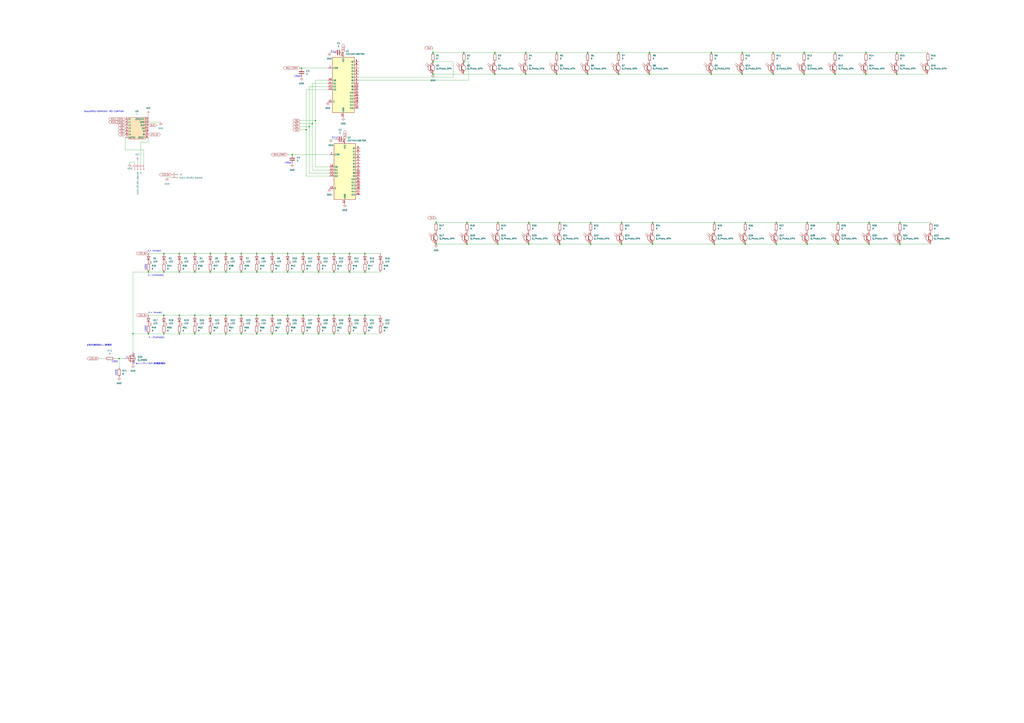
<source format=kicad_sch>
(kicad_sch (version 20250114) (generator "eeschema") (generator_version "9.0")
  (paper "A1")
  (text "A,+（Anode)" (at 127.508 257.048 0) (effects (font (size 1.27 1.27))))
  (text "K,-(Cathode)" (at 128.524 277.368 0) (effects (font (size 1.27 1.27))))
  (text "100Ω" (at 119.6437 270.256 90) (effects (font (size 1.27 1.27))))
  (text "100pF" (at 236.728 133.858 0) (effects (font (size 1.27 1.27))))
  (text "100Ω" (at 119.634 219.71 90) (effects (font (size 1.27 1.27))))
  (text "K,-(Cathode)" (at 128.016 226.314 0) (effects (font (size 1.27 1.27))))
  (text "A,+（Anode)" (at 126.746 206.248 0) (effects (font (size 1.27 1.27))))
  (text "※フットプリントのピン配置要確認" (at 123.698 298.958 0) (effects (font (size 1.27 1.27))))
  (text "S" (at 110.236 298.196 0) (effects (font (size 1.27 1.27))))
  (text "SeeedのD0/A0のみDAC、他1~10はPWM" (at 85.344 91.694 0) (effects (font (size 1.27 1.27))))
  (text "※抵抗値自信なし。要確認" (at 81.534 283.718 0) (effects (font (size 1.27 1.27))))
  (text "G\n" (at 104.394 293.624 0) (effects (font (size 1.27 1.27))))
  (text "10kΩ" (at 95.25 306.324 90) (effects (font (size 1.27 1.27))))
  (text "0.1uF" (at 274.32 42.418 0) (effects (font (size 1.27 1.27))))
  (text "D\n" (at 110.236 291.338 0) (effects (font (size 1.27 1.27))))
  (text "100Ω" (at 94.234 297.18 0) (effects (font (size 1.27 1.27))))
  (text "100pF" (at 244.602 62.738 0) (effects (font (size 1.27 1.27))))
  (text "0.1uF" (at 275.336 113.03 0) (effects (font (size 1.27 1.27))))
  (junction (at 510.54 200.66))
  (junction (at 134.62 223.52))
  (junction (at 185.42 223.52))
  (junction (at 274.32 208.28))
  (junction (at 223.52 259.08))
  (junction (at 287.02 208.28))
  (junction (at 635 60.96))
  (junction (at 236.22 208.28))
  (junction (at 236.22 259.08))
  (junction (at 240.03 127))
  (junction (at 408.94 200.66))
  (junction (at 147.32 208.28))
  (junction (at 256.54 101.6))
  (junction (at 185.42 274.32))
  (junction (at 210.82 259.08))
  (junction (at 485.14 200.66))
  (junction (at 612.14 182.88))
  (junction (at 739.14 200.66))
  (junction (at 210.82 223.52))
  (junction (at 259.08 99.06))
  (junction (at 147.32 259.08))
  (junction (at 251.46 106.68))
  (junction (at 355.6 43.18))
  (junction (at 172.72 259.08))
  (junction (at 406.4 43.18))
  (junction (at 635 43.18))
  (junction (at 134.62 208.28))
  (junction (at 408.94 182.88))
  (junction (at 198.12 223.52))
  (junction (at 508 60.96))
  (junction (at 584.2 43.18))
  (junction (at 482.6 43.18))
  (junction (at 609.6 60.96))
  (junction (at 431.8 43.18))
  (junction (at 535.94 182.88))
  (junction (at 381 43.18))
  (junction (at 637.54 200.66))
  (junction (at 185.42 208.28))
  (junction (at 510.54 182.88))
  (junction (at 485.14 182.88))
  (junction (at 248.92 208.28))
  (junction (at 198.12 259.08))
  (junction (at 459.74 200.66))
  (junction (at 406.4 60.96))
  (junction (at 172.72 274.32))
  (junction (at 586.74 182.88))
  (junction (at 457.2 43.18))
  (junction (at 586.74 200.66))
  (junction (at 134.62 259.08))
  (junction (at 210.82 274.32))
  (junction (at 739.14 182.88))
  (junction (at 533.4 60.96))
  (junction (at 711.2 43.18))
  (junction (at 711.2 60.96))
  (junction (at 287.02 223.52))
  (junction (at 160.02 223.52))
  (junction (at 109.22 274.32))
  (junction (at 688.34 182.88))
  (junction (at 434.34 182.88))
  (junction (at 637.54 182.88))
  (junction (at 355.6 60.96))
  (junction (at 459.74 182.88))
  (junction (at 172.72 208.28))
  (junction (at 134.62 274.32))
  (junction (at 248.92 274.32))
  (junction (at 660.4 60.96))
  (junction (at 482.6 60.96))
  (junction (at 508 43.18))
  (junction (at 121.92 274.32))
  (junction (at 736.6 43.18))
  (junction (at 299.72 223.52))
  (junction (at 434.34 200.66))
  (junction (at 185.42 259.08))
  (junction (at 172.72 223.52))
  (junction (at 299.72 274.32))
  (junction (at 535.94 200.66))
  (junction (at 261.62 208.28))
  (junction (at 533.4 43.18))
  (junction (at 198.12 208.28))
  (junction (at 383.54 182.88))
  (junction (at 210.82 208.28))
  (junction (at 254 104.14))
  (junction (at 688.34 200.66))
  (junction (at 457.2 60.96))
  (junction (at 248.92 259.08))
  (junction (at 160.02 259.08))
  (junction (at 383.54 200.66))
  (junction (at 223.52 208.28))
  (junction (at 287.02 259.08))
  (junction (at 299.72 208.28))
  (junction (at 358.14 182.88))
  (junction (at 713.74 182.88))
  (junction (at 612.14 200.66))
  (junction (at 287.02 274.32))
  (junction (at 355.6 50.8))
  (junction (at 274.32 259.08))
  (junction (at 662.94 182.88))
  (junction (at 160.02 274.32))
  (junction (at 147.32 223.52))
  (junction (at 584.2 60.96))
  (junction (at 261.62 223.52))
  (junction (at 261.62 274.32))
  (junction (at 381 50.8))
  (junction (at 713.74 200.66))
  (junction (at 662.94 200.66))
  (junction (at 736.6 60.96))
  (junction (at 223.52 223.52))
  (junction (at 274.32 223.52))
  (junction (at 236.22 274.32))
  (junction (at 247.65 55.88))
  (junction (at 685.8 43.18))
  (junction (at 431.8 60.96))
  (junction (at 236.22 223.52))
  (junction (at 660.4 43.18))
  (junction (at 358.14 200.66))
  (junction (at 609.6 43.18))
  (junction (at 685.8 60.96))
  (junction (at 198.12 274.32))
  (junction (at 261.62 259.08))
  (junction (at 223.52 274.32))
  (junction (at 121.92 223.52))
  (junction (at 248.92 223.52))
  (junction (at 97.79 294.64))
  (junction (at 274.32 274.32))
  (junction (at 147.32 274.32))
  (junction (at 160.02 208.28))
  (junction (at 299.72 259.08))
  (wire (pts (xy 535.94 182.88) (xy 586.74 182.88)))
  (wire (pts (xy 739.14 182.88) (xy 764.54 182.88)))
  (wire (pts (xy 685.8 60.96) (xy 711.2 60.96)))
  (wire (pts (xy 459.74 182.88) (xy 485.14 182.88)))
  (wire (pts (xy 358.14 182.88) (xy 383.54 182.88)))
  (wire (pts (xy 115.57 116.84) (xy 115.57 134.62)))
  (wire (pts (xy 121.92 259.08) (xy 134.62 259.08)))
  (wire (pts (xy 270.51 139.7) (xy 256.54 139.7)))
  (wire (pts (xy 261.62 223.52) (xy 274.32 223.52)))
  (wire (pts (xy 635 43.18) (xy 660.4 43.18)))
  (wire (pts (xy 147.32 259.08) (xy 160.02 259.08)))
  (wire (pts (xy 274.32 208.28) (xy 287.02 208.28)))
  (wire (pts (xy 372.11 50.8) (xy 372.11 63.5)))
  (wire (pts (xy 251.46 144.78) (xy 270.51 144.78)))
  (wire (pts (xy 256.54 101.6) (xy 256.54 68.58)))
  (wire (pts (xy 274.32 223.52) (xy 287.02 223.52)))
  (wire (pts (xy 408.94 200.66) (xy 434.34 200.66)))
  (wire (pts (xy 355.6 60.96) (xy 406.4 60.96)))
  (wire (pts (xy 535.94 200.66) (xy 586.74 200.66)))
  (wire (pts (xy 246.38 104.14) (xy 254 104.14)))
  (wire (pts (xy 408.94 182.88) (xy 434.34 182.88)))
  (wire (pts (xy 113.03 132.08) (xy 113.03 134.62)))
  (wire (pts (xy 269.24 71.12) (xy 254 71.12)))
  (wire (pts (xy 236.22 223.52) (xy 248.92 223.52)))
  (wire (pts (xy 609.6 43.18) (xy 635 43.18)))
  (wire (pts (xy 584.2 43.18) (xy 609.6 43.18)))
  (wire (pts (xy 434.34 200.66) (xy 459.74 200.66)))
  (wire (pts (xy 259.08 137.16) (xy 270.51 137.16)))
  (wire (pts (xy 713.74 182.88) (xy 739.14 182.88)))
  (wire (pts (xy 637.54 200.66) (xy 662.94 200.66)))
  (wire (pts (xy 109.22 223.52) (xy 109.22 274.32)))
  (wire (pts (xy 457.2 43.18) (xy 482.6 43.18)))
  (wire (pts (xy 248.92 274.32) (xy 261.62 274.32)))
  (wire (pts (xy 160.02 274.32) (xy 172.72 274.32)))
  (wire (pts (xy 160.02 259.08) (xy 172.72 259.08)))
  (wire (pts (xy 274.32 274.32) (xy 287.02 274.32)))
  (wire (pts (xy 210.82 208.28) (xy 223.52 208.28)))
  (wire (pts (xy 609.6 60.96) (xy 635 60.96)))
  (wire (pts (xy 685.8 43.18) (xy 711.2 43.18)))
  (wire (pts (xy 431.8 60.96) (xy 457.2 60.96)))
  (wire (pts (xy 635 60.96) (xy 660.4 60.96)))
  (wire (pts (xy 121.92 274.32) (xy 109.22 274.32)))
  (wire (pts (xy 508 60.96) (xy 533.4 60.96)))
  (wire (pts (xy 223.52 259.08) (xy 236.22 259.08)))
  (wire (pts (xy 736.6 60.96) (xy 762 60.96)))
  (wire (pts (xy 121.92 223.52) (xy 109.22 223.52)))
  (wire (pts (xy 121.92 208.28) (xy 134.62 208.28)))
  (wire (pts (xy 299.72 223.52) (xy 312.42 223.52)))
  (wire (pts (xy 248.92 208.28) (xy 261.62 208.28)))
  (wire (pts (xy 102.87 123.19) (xy 118.11 123.19)))
  (wire (pts (xy 662.94 182.88) (xy 688.34 182.88)))
  (wire (pts (xy 236.22 274.32) (xy 248.92 274.32)))
  (wire (pts (xy 121.92 116.84) (xy 115.57 116.84)))
  (wire (pts (xy 711.2 60.96) (xy 736.6 60.96)))
  (wire (pts (xy 137.16 146.05) (xy 140.97 146.05)))
  (wire (pts (xy 160.02 208.28) (xy 172.72 208.28)))
  (wire (pts (xy 533.4 60.96) (xy 584.2 60.96)))
  (wire (pts (xy 102.87 113.03) (xy 102.87 123.19)))
  (wire (pts (xy 259.08 99.06) (xy 259.08 137.16)))
  (wire (pts (xy 584.2 60.96) (xy 609.6 60.96)))
  (wire (pts (xy 246.38 99.06) (xy 259.08 99.06)))
  (wire (pts (xy 198.12 259.08) (xy 210.82 259.08)))
  (wire (pts (xy 223.52 208.28) (xy 236.22 208.28)))
  (wire (pts (xy 254 71.12) (xy 254 104.14)))
  (wire (pts (xy 134.62 223.52) (xy 147.32 223.52)))
  (wire (pts (xy 223.52 274.32) (xy 236.22 274.32)))
  (wire (pts (xy 110.49 133.35) (xy 110.49 134.62)))
  (wire (pts (xy 246.38 55.88) (xy 247.65 55.88)))
  (wire (pts (xy 121.92 113.03) (xy 121.92 116.84)))
  (wire (pts (xy 269.24 66.04) (xy 259.08 66.04)))
  (wire (pts (xy 612.14 200.66) (xy 637.54 200.66)))
  (wire (pts (xy 248.92 259.08) (xy 261.62 259.08)))
  (wire (pts (xy 637.54 182.88) (xy 662.94 182.88)))
  (wire (pts (xy 274.32 259.08) (xy 287.02 259.08)))
  (wire (pts (xy 406.4 43.18) (xy 431.8 43.18)))
  (wire (pts (xy 185.42 208.28) (xy 198.12 208.28)))
  (wire (pts (xy 246.38 101.6) (xy 256.54 101.6)))
  (wire (pts (xy 256.54 68.58) (xy 269.24 68.58)))
  (wire (pts (xy 688.34 200.66) (xy 713.74 200.66)))
  (wire (pts (xy 586.74 200.66) (xy 612.14 200.66)))
  (wire (pts (xy 299.72 274.32) (xy 312.42 274.32)))
  (wire (pts (xy 198.12 208.28) (xy 210.82 208.28)))
  (wire (pts (xy 97.79 294.64) (xy 101.6 294.64)))
  (wire (pts (xy 81.28 294.64) (xy 86.36 294.64)))
  (wire (pts (xy 261.62 259.08) (xy 274.32 259.08)))
  (wire (pts (xy 261.62 274.32) (xy 274.32 274.32)))
  (wire (pts (xy 248.92 223.52) (xy 261.62 223.52)))
  (wire (pts (xy 482.6 60.96) (xy 508 60.96)))
  (wire (pts (xy 147.32 208.28) (xy 160.02 208.28)))
  (wire (pts (xy 271.78 114.3) (xy 275.59 114.3)))
  (wire (pts (xy 358.14 200.66) (xy 383.54 200.66)))
  (wire (pts (xy 508 43.18) (xy 533.4 43.18)))
  (wire (pts (xy 485.14 200.66) (xy 510.54 200.66)))
  (wire (pts (xy 121.92 100.33) (xy 132.08 100.33)))
  (wire (pts (xy 121.92 93.98) (xy 121.92 97.79)))
  (wire (pts (xy 97.79 302.26) (xy 97.79 294.64)))
  (wire (pts (xy 261.62 208.28) (xy 274.32 208.28)))
  (wire (pts (xy 185.42 223.52) (xy 198.12 223.52)))
  (wire (pts (xy 106.68 134.62) (xy 106.68 133.35)))
  (wire (pts (xy 172.72 223.52) (xy 185.42 223.52)))
  (wire (pts (xy 134.62 274.32) (xy 147.32 274.32)))
  (wire (pts (xy 384.81 66.04) (xy 294.64 66.04)))
  (wire (pts (xy 485.14 182.88) (xy 510.54 182.88)))
  (wire (pts (xy 210.82 274.32) (xy 223.52 274.32)))
  (wire (pts (xy 147.32 274.32) (xy 160.02 274.32)))
  (wire (pts (xy 739.14 200.66) (xy 764.54 200.66)))
  (wire (pts (xy 533.4 43.18) (xy 584.2 43.18)))
  (wire (pts (xy 160.02 223.52) (xy 172.72 223.52)))
  (wire (pts (xy 383.54 200.66) (xy 408.94 200.66)))
  (wire (pts (xy 118.11 123.19) (xy 118.11 134.62)))
  (wire (pts (xy 256.54 139.7) (xy 256.54 101.6)))
  (wire (pts (xy 172.72 259.08) (xy 185.42 259.08)))
  (wire (pts (xy 510.54 182.88) (xy 535.94 182.88)))
  (wire (pts (xy 198.12 274.32) (xy 210.82 274.32)))
  (wire (pts (xy 736.6 43.18) (xy 762 43.18)))
  (wire (pts (xy 688.34 182.88) (xy 713.74 182.88)))
  (wire (pts (xy 299.72 208.28) (xy 312.42 208.28)))
  (wire (pts (xy 172.72 208.28) (xy 185.42 208.28)))
  (wire (pts (xy 254 104.14) (xy 254 142.24)))
  (wire (pts (xy 713.74 200.66) (xy 739.14 200.66)))
  (wire (pts (xy 355.6 39.37) (xy 355.6 43.18)))
  (wire (pts (xy 586.74 182.88) (xy 612.14 182.88)))
  (wire (pts (xy 459.74 200.66) (xy 485.14 200.66)))
  (wire (pts (xy 287.02 274.32) (xy 299.72 274.32)))
  (wire (pts (xy 406.4 60.96) (xy 431.8 60.96)))
  (wire (pts (xy 246.38 106.68) (xy 251.46 106.68)))
  (wire (pts (xy 251.46 106.68) (xy 251.46 144.78)))
  (wire (pts (xy 287.02 259.08) (xy 299.72 259.08)))
  (wire (pts (xy 711.2 43.18) (xy 736.6 43.18)))
  (wire (pts (xy 185.42 259.08) (xy 198.12 259.08)))
  (wire (pts (xy 355.6 50.8) (xy 372.11 50.8)))
  (wire (pts (xy 247.65 55.88) (xy 269.24 55.88)))
  (wire (pts (xy 223.52 223.52) (xy 236.22 223.52)))
  (wire (pts (xy 251.46 73.66) (xy 251.46 106.68)))
  (wire (pts (xy 355.6 43.18) (xy 381 43.18)))
  (wire (pts (xy 287.02 208.28) (xy 299.72 208.28)))
  (wire (pts (xy 93.98 294.64) (xy 97.79 294.64)))
  (wire (pts (xy 121.92 223.52) (xy 134.62 223.52)))
  (wire (pts (xy 254 142.24) (xy 270.51 142.24)))
  (wire (pts (xy 510.54 200.66) (xy 535.94 200.66)))
  (wire (pts (xy 381 43.18) (xy 406.4 43.18)))
  (wire (pts (xy 431.8 43.18) (xy 457.2 43.18)))
  (wire (pts (xy 236.22 127) (xy 240.03 127)))
  (wire (pts (xy 358.14 179.07) (xy 358.14 182.88)))
  (wire (pts (xy 287.02 223.52) (xy 299.72 223.52)))
  (wire (pts (xy 109.22 274.32) (xy 109.22 289.56)))
  (wire (pts (xy 259.08 66.04) (xy 259.08 99.06)))
  (wire (pts (xy 434.34 182.88) (xy 459.74 182.88)))
  (wire (pts (xy 662.94 200.66) (xy 688.34 200.66)))
  (wire (pts (xy 236.22 208.28) (xy 248.92 208.28)))
  (wire (pts (xy 381 50.8) (xy 384.81 50.8)))
  (wire (pts (xy 482.6 43.18) (xy 508 43.18)))
  (wire (pts (xy 134.62 208.28) (xy 147.32 208.28)))
  (wire (pts (xy 372.11 63.5) (xy 294.64 63.5)))
  (wire (pts (xy 660.4 60.96) (xy 685.8 60.96)))
  (wire (pts (xy 269.24 73.66) (xy 251.46 73.66)))
  (wire (pts (xy 210.82 223.52) (xy 223.52 223.52)))
  (wire (pts (xy 147.32 223.52) (xy 160.02 223.52)))
  (wire (pts (xy 457.2 60.96) (xy 482.6 60.96)))
  (wire (pts (xy 106.68 133.35) (xy 110.49 133.35)))
  (wire (pts (xy 660.4 43.18) (xy 685.8 43.18)))
  (wire (pts (xy 172.72 274.32) (xy 185.42 274.32)))
  (wire (pts (xy 612.14 182.88) (xy 637.54 182.88)))
  (wire (pts (xy 236.22 259.08) (xy 248.92 259.08)))
  (wire (pts (xy 210.82 259.08) (xy 223.52 259.08)))
  (wire (pts (xy 198.12 223.52) (xy 210.82 223.52)))
  (wire (pts (xy 383.54 182.88) (xy 408.94 182.88)))
  (wire (pts (xy 384.81 50.8) (xy 384.81 66.04)))
  (wire (pts (xy 185.42 274.32) (xy 198.12 274.32)))
  (wire (pts (xy 270.51 43.18) (xy 274.32 43.18)))
  (wire (pts (xy 240.03 127) (xy 270.51 127)))
  (wire (pts (xy 134.62 259.08) (xy 147.32 259.08)))
  (wire (pts (xy 121.92 274.32) (xy 134.62 274.32)))
  (wire (pts (xy 299.72 259.08) (xy 312.42 259.08)))
  (global_label "3v3" (shape bidirectional) (at 355.6 39.37 180) (property "Intersheetrefs" "${INTERSHEET_REFS}" (effects (hide yes))))
  (global_label "LED_5V" (shape bidirectional) (at 121.92 259.08 180) (property "Intersheetrefs" "${INTERSHEET_REFS}" (effects (hide yes))))
  (global_label "S3" (shape bidirectional) (at 246.38 106.68 180) (property "Intersheetrefs" "${INTERSHEET_REFS}" (effects (hide yes))))
  (global_label "LED_5V" (shape bidirectional) (at 121.92 208.28 180) (property "Intersheetrefs" "${INTERSHEET_REFS}" (effects (hide yes))))
  (global_label "LED_IO" (shape bidirectional) (at 121.92 110.49 0) (property "Intersheetrefs" "${INTERSHEET_REFS}" (effects (hide yes))))
  (global_label "3v3" (shape bidirectional) (at 283.21 114.3 90) (property "Intersheetrefs" "${INTERSHEET_REFS}" (effects (hide yes))))
  (global_label "3v3" (shape bidirectional) (at 121.92 102.87 0) (property "Intersheetrefs" "${INTERSHEET_REFS}" (effects (hide yes))))
  (global_label "3v3" (shape bidirectional) (at 281.94 43.18 90) (property "Intersheetrefs" "${INTERSHEET_REFS}" (effects (hide yes))))
  (global_label "LED_IO" (shape bidirectional) (at 81.28 294.64 180) (property "Intersheetrefs" "${INTERSHEET_REFS}" (effects (hide yes))))
  (global_label "MUX_COM2" (shape bidirectional) (at 102.87 100.33 180) (property "Intersheetrefs" "${INTERSHEET_REFS}" (effects (hide yes))))
  (global_label "S2" (shape bidirectional) (at 246.38 104.14 180) (property "Intersheetrefs" "${INTERSHEET_REFS}" (effects (hide yes))))
  (global_label "S3" (shape bidirectional) (at 102.87 110.49 180) (property "Intersheetrefs" "${INTERSHEET_REFS}" (effects (hide yes))))
  (global_label "MUX_COM1" (shape bidirectional) (at 102.87 97.79 180) (property "Intersheetrefs" "${INTERSHEET_REFS}" (effects (hide yes))))
  (global_label "S2" (shape bidirectional) (at 102.87 107.95 180) (property "Intersheetrefs" "${INTERSHEET_REFS}" (effects (hide yes))))
  (global_label "MUX_COM2" (shape bidirectional) (at 236.22 127 180) (property "Intersheetrefs" "${INTERSHEET_REFS}" (effects (hide yes))))
  (global_label "S0" (shape bidirectional) (at 102.87 102.87 180) (property "Intersheetrefs" "${INTERSHEET_REFS}" (effects (hide yes))))
  (global_label "LED_5V" (shape bidirectional) (at 140.97 143.51 180) (property "Intersheetrefs" "${INTERSHEET_REFS}" (effects (hide yes))))
  (global_label "S0" (shape bidirectional) (at 246.38 99.06 180) (property "Intersheetrefs" "${INTERSHEET_REFS}" (effects (hide yes))))
  (global_label "3v3" (shape bidirectional) (at 358.14 179.07 180) (property "Intersheetrefs" "${INTERSHEET_REFS}" (effects (hide yes))))
  (global_label "MUX_COM1" (shape bidirectional) (at 246.38 55.88 180) (property "Intersheetrefs" "${INTERSHEET_REFS}" (effects (hide yes))))
  (global_label "S1" (shape bidirectional) (at 246.38 101.6 180) (property "Intersheetrefs" "${INTERSHEET_REFS}" (effects (hide yes))))
  (global_label "S1" (shape bidirectional) (at 102.87 105.41 180) (property "Intersheetrefs" "${INTERSHEET_REFS}" (effects (hide yes))))
  (symbol (lib_id "Device:R") (at 457.2 46.99 0) (unit 1)
    (property "Reference" "R5" (at 459.74 45.7199 0) (effects (justify left)))
    (property "Value" "R" (at 459.74 48.2599 0) (effects (justify left)))
    (property "Footprint" "Resistor_SMD:R_0603_1608Metric_Pad0.98x0.95mm_HandSolder" (effects (hide yes)))
    (property "Description" "Resistor" (effects (hide yes)))
  )
  (symbol (lib_id "Device:R") (at 762 46.99 0) (unit 1)
    (property "Reference" "R16" (at 764.54 45.7199 0) (effects (justify left)))
    (property "Value" "R" (at 764.54 48.2599 0) (effects (justify left)))
    (property "Footprint" "Resistor_SMD:R_0603_1608Metric_Pad0.98x0.95mm_HandSolder" (effects (hide yes)))
    (property "Description" "Resistor" (effects (hide yes)))
  )
  (symbol (lib_id "Device:R") (at 482.6 46.99 0) (unit 1)
    (property "Reference" "R6" (at 485.14 45.7199 0) (effects (justify left)))
    (property "Value" "R" (at 485.14 48.2599 0) (effects (justify left)))
    (property "Footprint" "Resistor_SMD:R_0603_1608Metric_Pad0.98x0.95mm_HandSolder" (effects (hide yes)))
    (property "Description" "Resistor" (effects (hide yes)))
  )
  (symbol (lib_id "Device:LED") (at 172.72 262.89 90) (unit 1)
    (property "Reference" "D21" (at 176.53 263.2074 90) (effects (justify right)))
    (property "Value" "LED" (at 176.53 265.7474 90) (effects (justify right)))
    (property "Footprint" "LED_SMD:LED_0603_1608Metric_Pad1.05x0.95mm_HandSolder" (effects (hide yes)))
    (property "Description" "Light emitting diode" (effects (hide yes)))
    (property "Sim.Pins" "1=K 2=A" (effects (hide yes)))
  )
  (symbol (lib_id "Device:LED") (at 223.52 262.89 90) (unit 1)
    (property "Reference" "D25" (at 227.33 263.2074 90) (effects (justify right)))
    (property "Value" "LED" (at 227.33 265.7474 90) (effects (justify right)))
    (property "Footprint" "LED_SMD:LED_0603_1608Metric_Pad1.05x0.95mm_HandSolder" (effects (hide yes)))
    (property "Description" "Light emitting diode" (effects (hide yes)))
    (property "Sim.Pins" "1=K 2=A" (effects (hide yes)))
  )
  (symbol (lib_id "Device:R") (at 223.52 270.51 0) (unit 1)
    (property "Reference" "R57" (at 226.06 269.2399 0) (effects (justify left)))
    (property "Value" "R" (at 226.06 271.7799 0) (effects (justify left)))
    (property "Footprint" "Resistor_SMD:R_0603_1608Metric_Pad0.98x0.95mm_HandSolder" (effects (hide yes)))
    (property "Description" "Resistor" (effects (hide yes)))
  )
  (symbol (lib_id "Device:R") (at 586.74 186.69 0) (unit 1)
    (property "Reference" "R25" (at 589.28 185.4199 0) (effects (justify left)))
    (property "Value" "R" (at 589.28 187.9599 0) (effects (justify left)))
    (property "Footprint" "Resistor_SMD:R_0603_1608Metric_Pad0.98x0.95mm_HandSolder" (effects (hide yes)))
    (property "Description" "Resistor" (effects (hide yes)))
  )
  (symbol (lib_id "Device:R") (at 121.92 270.51 0) (unit 1)
    (property "Reference" "R49" (at 124.46 269.2399 0) (effects (justify left)))
    (property "Value" "R" (at 124.46 271.7799 0) (effects (justify left)))
    (property "Footprint" "Resistor_SMD:R_0603_1608Metric_Pad0.98x0.95mm_HandSolder" (effects (hide yes)))
    (property "Description" "Resistor" (effects (hide yes)))
  )
  (symbol (lib_id "Device:R") (at 312.42 270.51 0) (unit 1)
    (property "Reference" "R64" (at 314.96 269.2399 0) (effects (justify left)))
    (property "Value" "R" (at 314.96 271.7799 0) (effects (justify left)))
    (property "Footprint" "Resistor_SMD:R_0603_1608Metric_Pad0.98x0.95mm_HandSolder" (effects (hide yes)))
    (property "Description" "Resistor" (effects (hide yes)))
  )
  (symbol (lib_id "power:GND") (at 281.94 96.52 0) (unit 1)
    (property "Reference" "#PWR04" (effects (hide yes)))
    (property "Value" "GND" (at 281.94 101.6 0))
    (property "Description" "Power symbol creates a global label with name \"GND\" , ground" (effects (hide yes)))
  )
  (symbol (lib_id "Device:R") (at 660.4 46.99 0) (unit 1)
    (property "Reference" "R12" (at 662.94 45.7199 0) (effects (justify left)))
    (property "Value" "R" (at 662.94 48.2599 0) (effects (justify left)))
    (property "Footprint" "Resistor_SMD:R_0603_1608Metric_Pad0.98x0.95mm_HandSolder" (effects (hide yes)))
    (property "Description" "Resistor" (effects (hide yes)))
  )
  (symbol (lib_id "Device:R") (at 210.82 270.51 0) (unit 1)
    (property "Reference" "R56" (at 213.36 269.2399 0) (effects (justify left)))
    (property "Value" "R" (at 213.36 271.7799 0) (effects (justify left)))
    (property "Footprint" "Resistor_SMD:R_0603_1608Metric_Pad0.98x0.95mm_HandSolder" (effects (hide yes)))
    (property "Description" "Resistor" (effects (hide yes)))
  )
  (symbol (lib_id "Device:R") (at 198.12 219.71 0) (unit 1)
    (property "Reference" "R39" (at 200.66 218.4399 0) (effects (justify left)))
    (property "Value" "R" (at 200.66 220.9799 0) (effects (justify left)))
    (property "Footprint" "Resistor_SMD:R_0603_1608Metric_Pad0.98x0.95mm_HandSolder" (effects (hide yes)))
    (property "Description" "Resistor" (effects (hide yes)))
  )
  (symbol (lib_id "Device:R") (at 408.94 186.69 0) (unit 1)
    (property "Reference" "R19" (at 411.48 185.4199 0) (effects (justify left)))
    (property "Value" "R" (at 411.48 187.9599 0) (effects (justify left)))
    (property "Footprint" "Resistor_SMD:R_0603_1608Metric_Pad0.98x0.95mm_HandSolder" (effects (hide yes)))
    (property "Description" "Resistor" (effects (hide yes)))
  )
  (symbol (lib_id "Device:LED") (at 134.62 262.89 90) (unit 1)
    (property "Reference" "D18" (at 138.43 263.2074 90) (effects (justify right)))
    (property "Value" "LED" (at 138.43 265.7474 90) (effects (justify right)))
    (property "Footprint" "LED_SMD:LED_0603_1608Metric_Pad1.05x0.95mm_HandSolder" (effects (hide yes)))
    (property "Description" "Light emitting diode" (effects (hide yes)))
    (property "Sim.Pins" "1=K 2=A" (effects (hide yes)))
  )
  (symbol (lib_id "Device:Q_Photo_NPN") (at 480.06 55.88 0) (unit 1)
    (property "Reference" "Q6" (at 485.14 53.8606 0) (effects (justify left)))
    (property "Value" "Q_Photo_NPN" (at 485.14 56.4006 0) (effects (justify left)))
    (property "Footprint" "Diode_SMD:D_0603_1608Metric_Pad1.05x0.95mm_HandSolder" (effects (hide yes)))
    (property "Description" "NPN phototransistor, collector/emitter" (effects (hide yes)))
  )
  (symbol (lib_id "Device:Q_Photo_NPN") (at 660.4 195.58 0) (unit 1)
    (property "Reference" "Q28" (at 665.48 193.5606 0) (effects (justify left)))
    (property "Value" "Q_Photo_NPN" (at 665.48 196.1006 0) (effects (justify left)))
    (property "Footprint" "Diode_SMD:D_0603_1608Metric_Pad1.05x0.95mm_HandSolder" (effects (hide yes)))
    (property "Description" "NPN phototransistor, collector/emitter" (effects (hide yes)))
  )
  (symbol (lib_id "Device:C") (at 247.65 59.69 0) (unit 1)
    (property "Reference" "C3" (at 251.46 58.4199 0) (effects (justify left)))
    (property "Value" "C" (at 251.46 60.9599 0) (effects (justify left)))
    (property "Footprint" "Capacitor_THT:C_Disc_D4.3mm_W1.9mm_P5.00mm" (effects (hide yes)))
    (property "Description" "Unpolarized capacitor" (effects (hide yes)))
  )
  (symbol (lib_id "Device:R") (at 160.02 219.71 0) (unit 1)
    (property "Reference" "R36" (at 162.56 218.4399 0) (effects (justify left)))
    (property "Value" "R" (at 162.56 220.9799 0) (effects (justify left)))
    (property "Footprint" "Resistor_SMD:R_0603_1608Metric_Pad0.98x0.95mm_HandSolder" (effects (hide yes)))
    (property "Description" "Resistor" (effects (hide yes)))
  )
  (symbol (lib_id "power:GND") (at 270.51 154.94 0) (unit 1)
    (property "Reference" "#PWR018" (effects (hide yes)))
    (property "Value" "GND" (at 270.51 160.02 0))
    (property "Description" "Power symbol creates a global label with name \"GND\" , ground" (effects (hide yes)))
  )
  (symbol (lib_id "Device:LED") (at 274.32 262.89 90) (unit 1)
    (property "Reference" "D29" (at 278.13 263.2074 90) (effects (justify right)))
    (property "Value" "LED" (at 278.13 265.7474 90) (effects (justify right)))
    (property "Footprint" "LED_SMD:LED_0603_1608Metric_Pad1.05x0.95mm_HandSolder" (effects (hide yes)))
    (property "Description" "Light emitting diode" (effects (hide yes)))
    (property "Sim.Pins" "1=K 2=A" (effects (hide yes)))
  )
  (symbol (lib_id "Device:Q_Photo_NPN") (at 533.4 195.58 0) (unit 1)
    (property "Reference" "Q24" (at 538.48 193.5606 0) (effects (justify left)))
    (property "Value" "Q_Photo_NPN" (at 538.48 196.1006 0) (effects (justify left)))
    (property "Footprint" "Diode_SMD:D_0603_1608Metric_Pad1.05x0.95mm_HandSolder" (effects (hide yes)))
    (property "Description" "NPN phototransistor, collector/emitter" (effects (hide yes)))
  )
  (symbol (lib_id "Connector:Conn_01x02_Socket") (at 146.05 143.51 0) (unit 1)
    (property "Reference" "J2" (at 147.32 143.5099 0) (effects (justify left)))
    (property "Value" "Conn_01x02_Socket" (at 147.32 146.0499 0) (effects (justify left)))
    (property "Footprint" "Connector_JST:JST_XH_S2B-XH-A_1x02_P2.50mm_Horizontal" (effects (hide yes)))
    (property "Description" "Generic connector, single row, 01x02, script generated" (effects (hide yes)))
  )
  (symbol (lib_id "Device:LED") (at 147.32 262.89 90) (unit 1)
    (property "Reference" "D19" (at 151.13 263.2074 90) (effects (justify right)))
    (property "Value" "LED" (at 151.13 265.7474 90) (effects (justify right)))
    (property "Footprint" "LED_SMD:LED_0603_1608Metric_Pad1.05x0.95mm_HandSolder" (effects (hide yes)))
    (property "Description" "Light emitting diode" (effects (hide yes)))
    (property "Sim.Pins" "1=K 2=A" (effects (hide yes)))
  )
  (symbol (lib_id "Device:LED") (at 210.82 262.89 90) (unit 1)
    (property "Reference" "D24" (at 214.63 263.2074 90) (effects (justify right)))
    (property "Value" "LED" (at 214.63 265.7474 90) (effects (justify right)))
    (property "Footprint" "LED_SMD:LED_0603_1608Metric_Pad1.05x0.95mm_HandSolder" (effects (hide yes)))
    (property "Description" "Light emitting diode" (effects (hide yes)))
    (property "Sim.Pins" "1=K 2=A" (effects (hide yes)))
  )
  (symbol (lib_id "power:VCC") (at 113.03 132.08 0) (mirror y) (unit 1)
    (property "Reference" "#PWR023" (effects (hide yes)))
    (property "Value" "VCC" (at 113.03 127 0))
    (property "Description" "Power symbol creates a global label with name \"VCC\"" (effects (hide yes)))
  )
  (symbol (lib_id "Device:R") (at 459.74 186.69 0) (unit 1)
    (property "Reference" "R21" (at 462.28 185.4199 0) (effects (justify left)))
    (property "Value" "R" (at 462.28 187.9599 0) (effects (justify left)))
    (property "Footprint" "Resistor_SMD:R_0603_1608Metric_Pad0.98x0.95mm_HandSolder" (effects (hide yes)))
    (property "Description" "Resistor" (effects (hide yes)))
  )
  (symbol (lib_id "Device:R") (at 713.74 186.69 0) (unit 1)
    (property "Reference" "R30" (at 716.28 185.4199 0) (effects (justify left)))
    (property "Value" "R" (at 716.28 187.9599 0) (effects (justify left)))
    (property "Footprint" "Resistor_SMD:R_0603_1608Metric_Pad0.98x0.95mm_HandSolder" (effects (hide yes)))
    (property "Description" "Resistor" (effects (hide yes)))
  )
  (symbol (lib_id "Device:R") (at 355.6 46.99 0) (unit 1)
    (property "Reference" "R1" (at 358.14 45.7199 0) (effects (justify left)))
    (property "Value" "R" (at 358.14 48.2599 0) (effects (justify left)))
    (property "Footprint" "Resistor_SMD:R_0603_1608Metric_Pad0.98x0.95mm_HandSolder" (effects (hide yes)))
    (property "Description" "Resistor" (effects (hide yes)))
  )
  (symbol (lib_id "Device:LED") (at 198.12 212.09 90) (unit 1)
    (property "Reference" "D7" (at 201.93 212.4074 90) (effects (justify right)))
    (property "Value" "LED" (at 201.93 214.9474 90) (effects (justify right)))
    (property "Footprint" "LED_SMD:LED_0603_1608Metric_Pad1.05x0.95mm_HandSolder" (effects (hide yes)))
    (property "Description" "Light emitting diode" (effects (hide yes)))
    (property "Sim.Pins" "1=K 2=A" (effects (hide yes)))
  )
  (symbol (lib_id "Device:Q_NMOS") (at 106.68 294.64 0) (unit 1)
    (property "Reference" "Q33" (at 113.03 293.3699 0) (effects (justify left)))
    (property "Value" "Q_NMOS" (at 113.03 295.9099 0) (effects (justify left)))
    (property "Footprint" "seeeduino:TO-251-3-1EP_Horizontal_TabDown_EDITED" (effects (hide yes)))
    (property "Description" "N-MOSFET transistor" (effects (hide yes)))
  )
  (symbol (lib_id "Device:R") (at 406.4 46.99 0) (unit 1)
    (property "Reference" "R3" (at 408.94 45.7199 0) (effects (justify left)))
    (property "Value" "R" (at 408.94 48.2599 0) (effects (justify left)))
    (property "Footprint" "Resistor_SMD:R_0603_1608Metric_Pad0.98x0.95mm_HandSolder" (effects (hide yes)))
    (property "Description" "Resistor" (effects (hide yes)))
  )
  (symbol (lib_id "Device:R") (at 381 46.99 0) (unit 1)
    (property "Reference" "R2" (at 383.54 45.7199 0) (effects (justify left)))
    (property "Value" "R" (at 383.54 48.2599 0) (effects (justify left)))
    (property "Footprint" "Resistor_SMD:R_0603_1608Metric_Pad0.98x0.95mm_HandSolder" (effects (hide yes)))
    (property "Description" "Resistor" (effects (hide yes)))
  )
  (symbol (lib_id "Device:LED") (at 198.12 262.89 90) (unit 1)
    (property "Reference" "D23" (at 201.93 263.2074 90) (effects (justify right)))
    (property "Value" "LED" (at 201.93 265.7474 90) (effects (justify right)))
    (property "Footprint" "LED_SMD:LED_0603_1608Metric_Pad1.05x0.95mm_HandSolder" (effects (hide yes)))
    (property "Description" "Light emitting diode" (effects (hide yes)))
    (property "Sim.Pins" "1=K 2=A" (effects (hide yes)))
  )
  (symbol (lib_id "Device:LED") (at 299.72 212.09 90) (unit 1)
    (property "Reference" "D15" (at 303.53 212.4074 90) (effects (justify right)))
    (property "Value" "LED" (at 303.53 214.9474 90) (effects (justify right)))
    (property "Footprint" "LED_SMD:LED_0603_1608Metric_Pad1.05x0.95mm_HandSolder" (effects (hide yes)))
    (property "Description" "Light emitting diode" (effects (hide yes)))
    (property "Sim.Pins" "1=K 2=A" (effects (hide yes)))
  )
  (symbol (lib_id "Device:R") (at 685.8 46.99 0) (unit 1)
    (property "Reference" "R13" (at 688.34 45.7199 0) (effects (justify left)))
    (property "Value" "R" (at 688.34 48.2599 0) (effects (justify left)))
    (property "Footprint" "Resistor_SMD:R_0603_1608Metric_Pad0.98x0.95mm_HandSolder" (effects (hide yes)))
    (property "Description" "Resistor" (effects (hide yes)))
  )
  (symbol (lib_id "Device:R") (at 147.32 219.71 0) (unit 1)
    (property "Reference" "R35" (at 149.86 218.4399 0) (effects (justify left)))
    (property "Value" "R" (at 149.86 220.9799 0) (effects (justify left)))
    (property "Footprint" "Resistor_SMD:R_0603_1608Metric_Pad0.98x0.95mm_HandSolder" (effects (hide yes)))
    (property "Description" "Resistor" (effects (hide yes)))
  )
  (symbol (lib_id "Device:Q_Photo_NPN") (at 581.66 55.88 0) (unit 1)
    (property "Reference" "Q9" (at 586.74 53.8606 0) (effects (justify left)))
    (property "Value" "Q_Photo_NPN" (at 586.74 56.4006 0) (effects (justify left)))
    (property "Footprint" "Diode_SMD:D_0603_1608Metric_Pad1.05x0.95mm_HandSolder" (effects (hide yes)))
    (property "Description" "NPN phototransistor, collector/emitter" (effects (hide yes)))
  )
  (symbol (lib_id "Device:Q_Photo_NPN") (at 406.4 195.58 0) (unit 1)
    (property "Reference" "Q19" (at 411.48 193.5606 0) (effects (justify left)))
    (property "Value" "Q_Photo_NPN" (at 411.48 196.1006 0) (effects (justify left)))
    (property "Footprint" "Diode_SMD:D_0603_1608Metric_Pad1.05x0.95mm_HandSolder" (effects (hide yes)))
    (property "Description" "NPN phototransistor, collector/emitter" (effects (hide yes)))
  )
  (symbol (lib_id "Device:R") (at 431.8 46.99 0) (unit 1)
    (property "Reference" "R4" (at 434.34 45.7199 0) (effects (justify left)))
    (property "Value" "R" (at 434.34 48.2599 0) (effects (justify left)))
    (property "Footprint" "Resistor_SMD:R_0603_1608Metric_Pad0.98x0.95mm_HandSolder" (effects (hide yes)))
    (property "Description" "Resistor" (effects (hide yes)))
  )
  (symbol (lib_id "Device:LED") (at 287.02 262.89 90) (unit 1)
    (property "Reference" "D30" (at 290.83 263.2074 90) (effects (justify right)))
    (property "Value" "LED" (at 290.83 265.7474 90) (effects (justify right)))
    (property "Footprint" "LED_SMD:LED_0603_1608Metric_Pad1.05x0.95mm_HandSolder" (effects (hide yes)))
    (property "Description" "Light emitting diode" (effects (hide yes)))
    (property "Sim.Pins" "1=K 2=A" (effects (hide yes)))
  )
  (symbol (lib_id "Device:LED") (at 223.52 212.09 90) (unit 1)
    (property "Reference" "D9" (at 227.33 212.4074 90) (effects (justify right)))
    (property "Value" "LED" (at 227.33 214.9474 90) (effects (justify right)))
    (property "Footprint" "LED_SMD:LED_0603_1608Metric_Pad1.05x0.95mm_HandSolder" (effects (hide yes)))
    (property "Description" "Light emitting diode" (effects (hide yes)))
    (property "Sim.Pins" "1=K 2=A" (effects (hide yes)))
  )
  (symbol (lib_id "74xx:CD74HC4067SM") (at 281.94 68.58 0) (unit 1)
    (property "Reference" "U1" (at 284.0833 41.91 0) (effects (justify left)))
    (property "Value" "CD74HC4067SM" (at 284.0833 44.45 0) (effects (justify left)))
    (property "Footprint" "Package_SO:SSOP-24_5.3x8.2mm_P0.65mm" (effects (hide yes)))
    (property "Datasheet" "http://www.ti.com/lit/ds/symlink/cd74hc4067.pdf" (effects (hide yes)))
    (property "Description" "High-Speed CMOS Logic 16-Channel Analog Multiplexer/Demultiplexer, SSOP-24" (effects (hide yes)))
  )
  (symbol (lib_id "Device:R") (at 637.54 186.69 0) (unit 1)
    (property "Reference" "R27" (at 640.08 185.4199 0) (effects (justify left)))
    (property "Value" "R" (at 640.08 187.9599 0) (effects (justify left)))
    (property "Footprint" "Resistor_SMD:R_0603_1608Metric_Pad0.98x0.95mm_HandSolder" (effects (hide yes)))
    (property "Description" "Resistor" (effects (hide yes)))
  )
  (symbol (lib_id "Device:LED") (at 312.42 262.89 90) (unit 1)
    (property "Reference" "D32" (at 316.23 263.2074 90) (effects (justify right)))
    (property "Value" "LED" (at 316.23 265.7474 90) (effects (justify right)))
    (property "Footprint" "LED_SMD:LED_0603_1608Metric_Pad1.05x0.95mm_HandSolder" (effects (hide yes)))
    (property "Description" "Light emitting diode" (effects (hide yes)))
    (property "Sim.Pins" "1=K 2=A" (effects (hide yes)))
  )
  (symbol (lib_id "Device:R") (at 508 46.99 0) (unit 1)
    (property "Reference" "R7" (at 510.54 45.7199 0) (effects (justify left)))
    (property "Value" "R" (at 510.54 48.2599 0) (effects (justify left)))
    (property "Footprint" "Resistor_SMD:R_0603_1608Metric_Pad0.98x0.95mm_HandSolder" (effects (hide yes)))
    (property "Description" "Resistor" (effects (hide yes)))
  )
  (symbol (lib_id "power:GND") (at 358.14 200.66 0) (unit 1)
    (property "Reference" "#PWR02" (effects (hide yes)))
    (property "Value" "GND" (at 358.14 205.74 0))
    (property "Description" "Power symbol creates a global label with name \"GND\" , ground" (effects (hide yes)))
  )
  (symbol (lib_id "Device:R") (at 185.42 219.71 0) (unit 1)
    (property "Reference" "R38" (at 187.96 218.4399 0) (effects (justify left)))
    (property "Value" "R" (at 187.96 220.9799 0) (effects (justify left)))
    (property "Footprint" "Resistor_SMD:R_0603_1608Metric_Pad0.98x0.95mm_HandSolder" (effects (hide yes)))
    (property "Description" "Resistor" (effects (hide yes)))
  )
  (symbol (lib_id "Device:R") (at 248.92 219.71 0) (unit 1)
    (property "Reference" "R43" (at 251.46 218.4399 0) (effects (justify left)))
    (property "Value" "R" (at 251.46 220.9799 0) (effects (justify left)))
    (property "Footprint" "Resistor_SMD:R_0603_1608Metric_Pad0.98x0.95mm_HandSolder" (effects (hide yes)))
    (property "Description" "Resistor" (effects (hide yes)))
  )
  (symbol (lib_id "Device:Q_Photo_NPN") (at 530.86 55.88 0) (unit 1)
    (property "Reference" "Q8" (at 535.94 53.8606 0) (effects (justify left)))
    (property "Value" "Q_Photo_NPN" (at 535.94 56.4006 0) (effects (justify left)))
    (property "Footprint" "Diode_SMD:D_0603_1608Metric_Pad1.05x0.95mm_HandSolder" (effects (hide yes)))
    (property "Description" "NPN phototransistor, collector/emitter" (effects (hide yes)))
  )
  (symbol (lib_id "Device:Q_Photo_NPN") (at 683.26 55.88 0) (unit 1)
    (property "Reference" "Q13" (at 688.34 53.8606 0) (effects (justify left)))
    (property "Value" "Q_Photo_NPN" (at 688.34 56.4006 0) (effects (justify left)))
    (property "Footprint" "Diode_SMD:D_0603_1608Metric_Pad1.05x0.95mm_HandSolder" (effects (hide yes)))
    (property "Description" "NPN phototransistor, collector/emitter" (effects (hide yes)))
  )
  (symbol (lib_id "Device:R") (at 172.72 219.71 0) (unit 1)
    (property "Reference" "R37" (at 175.26 218.4399 0) (effects (justify left)))
    (property "Value" "R" (at 175.26 220.9799 0) (effects (justify left)))
    (property "Footprint" "Resistor_SMD:R_0603_1608Metric_Pad0.98x0.95mm_HandSolder" (effects (hide yes)))
    (property "Description" "Resistor" (effects (hide yes)))
  )
  (symbol (lib_id "Device:Q_Photo_NPN") (at 431.8 195.58 0) (unit 1)
    (property "Reference" "Q20" (at 436.88 193.5606 0) (effects (justify left)))
    (property "Value" "Q_Photo_NPN" (at 436.88 196.1006 0) (effects (justify left)))
    (property "Footprint" "Diode_SMD:D_0603_1608Metric_Pad1.05x0.95mm_HandSolder" (effects (hide yes)))
    (property "Description" "NPN phototransistor, collector/emitter" (effects (hide yes)))
  )
  (symbol (lib_id "Device:R") (at 312.42 219.71 0) (unit 1)
    (property "Reference" "R48" (at 314.96 218.4399 0) (effects (justify left)))
    (property "Value" "R" (at 314.96 220.9799 0) (effects (justify left)))
    (property "Footprint" "Resistor_SMD:R_0603_1608Metric_Pad0.98x0.95mm_HandSolder" (effects (hide yes)))
    (property "Description" "Resistor" (effects (hide yes)))
  )
  (symbol (lib_id "Device:R") (at 198.12 270.51 0) (unit 1)
    (property "Reference" "R55" (at 200.66 269.2399 0) (effects (justify left)))
    (property "Value" "R" (at 200.66 271.7799 0) (effects (justify left)))
    (property "Footprint" "Resistor_SMD:R_0603_1608Metric_Pad0.98x0.95mm_HandSolder" (effects (hide yes)))
    (property "Description" "Resistor" (effects (hide yes)))
  )
  (symbol (lib_id "Device:R") (at 261.62 270.51 0) (unit 1)
    (property "Reference" "R60" (at 264.16 269.2399 0) (effects (justify left)))
    (property "Value" "R" (at 264.16 271.7799 0) (effects (justify left)))
    (property "Footprint" "Resistor_SMD:R_0603_1608Metric_Pad0.98x0.95mm_HandSolder" (effects (hide yes)))
    (property "Description" "Resistor" (effects (hide yes)))
  )
  (symbol (lib_id "Device:LED") (at 299.72 262.89 90) (unit 1)
    (property "Reference" "D31" (at 303.53 263.2074 90) (effects (justify right)))
    (property "Value" "LED" (at 303.53 265.7474 90) (effects (justify right)))
    (property "Footprint" "LED_SMD:LED_0603_1608Metric_Pad1.05x0.95mm_HandSolder" (effects (hide yes)))
    (property "Description" "Light emitting diode" (effects (hide yes)))
    (property "Sim.Pins" "1=K 2=A" (effects (hide yes)))
  )
  (symbol (lib_id "Device:Q_Photo_NPN") (at 378.46 55.88 0) (unit 1)
    (property "Reference" "Q2" (at 383.54 53.8606 0) (effects (justify left)))
    (property "Value" "Q_Photo_NPN" (at 383.54 56.4006 0) (effects (justify left)))
    (property "Footprint" "Diode_SMD:D_0603_1608Metric_Pad1.05x0.95mm_HandSolder" (effects (hide yes)))
    (property "Description" "NPN phototransistor, collector/emitter" (effects (hide yes)))
  )
  (symbol (lib_id "Connector:Conn_01x04_Socket") (at 115.57 139.7 270) (unit 1)
    (property "Reference" "J1" (at 115.5701 140.97 0) (effects (justify left)))
    (property "Value" "Conn_01x04_Socket" (at 113.0301 140.97 0) (effects (justify left)))
    (property "Footprint" "Connector_JST:JST_XH_S4B-XH-A-1_1x04_P2.50mm_Horizontal" (effects (hide yes)))
    (property "Description" "Generic connector, single row, 01x04, script generated" (effects (hide yes)))
  )
  (symbol (lib_id "Device:R") (at 434.34 186.69 0) (unit 1)
    (property "Reference" "R20" (at 436.88 185.4199 0) (effects (justify left)))
    (property "Value" "R" (at 436.88 187.9599 0) (effects (justify left)))
    (property "Footprint" "Resistor_SMD:R_0603_1608Metric_Pad0.98x0.95mm_HandSolder" (effects (hide yes)))
    (property "Description" "Resistor" (effects (hide yes)))
  )
  (symbol (lib_id "Device:R") (at 121.92 219.71 0) (unit 1)
    (property "Reference" "R33" (at 124.46 218.4399 0) (effects (justify left)))
    (property "Value" "R" (at 124.46 220.9799 0) (effects (justify left)))
    (property "Footprint" "Resistor_SMD:R_0603_1608Metric_Pad0.98x0.95mm_HandSolder" (effects (hide yes)))
    (property "Description" "Resistor" (effects (hide yes)))
  )
  (symbol (lib_id "power:GND") (at 270.51 43.18 0) (unit 1)
    (property "Reference" "#PWR012" (effects (hide yes)))
    (property "Value" "GND" (at 270.51 48.26 0))
    (property "Description" "Power symbol creates a global label with name \"GND\" , ground" (effects (hide yes)))
  )
  (symbol (lib_id "Device:C") (at 278.13 43.18 90) (unit 1)
    (property "Reference" "C1" (at 278.13 35.56 90))
    (property "Value" "C" (at 278.13 38.1 90))
    (property "Footprint" "Capacitor_SMD:C_0603_1608Metric_Pad1.08x0.95mm_HandSolder" (effects (hide yes)))
    (property "Description" "Unpolarized capacitor" (effects (hide yes)))
  )
  (symbol (lib_id "Device:R") (at 134.62 219.71 0) (unit 1)
    (property "Reference" "R34" (at 137.16 218.4399 0) (effects (justify left)))
    (property "Value" "R" (at 137.16 220.9799 0) (effects (justify left)))
    (property "Footprint" "Resistor_SMD:R_0603_1608Metric_Pad0.98x0.95mm_HandSolder" (effects (hide yes)))
    (property "Description" "Resistor" (effects (hide yes)))
  )
  (symbol (lib_id "Device:R") (at 90.17 294.64 90) (unit 1)
    (property "Reference" "R73" (at 90.17 288.29 90))
    (property "Value" "R" (at 90.17 290.83 90))
    (property "Footprint" "Resistor_THT:R_Axial_DIN0309_L9.0mm_D3.2mm_P12.70mm_Horizontal" (effects (hide yes)))
    (property "Description" "Resistor" (effects (hide yes)))
  )
  (symbol (lib_id "Device:LED") (at 287.02 212.09 90) (unit 1)
    (property "Reference" "D14" (at 290.83 212.4074 90) (effects (justify right)))
    (property "Value" "LED" (at 290.83 214.9474 90) (effects (justify right)))
    (property "Footprint" "LED_SMD:LED_0603_1608Metric_Pad1.05x0.95mm_HandSolder" (effects (hide yes)))
    (property "Description" "Light emitting diode" (effects (hide yes)))
    (property "Sim.Pins" "1=K 2=A" (effects (hide yes)))
  )
  (symbol (lib_id "Device:C") (at 279.4 114.3 90) (unit 1)
    (property "Reference" "C2" (at 279.4 106.68 90))
    (property "Value" "C" (at 279.4 109.22 90))
    (property "Footprint" "Capacitor_SMD:C_0603_1608Metric_Pad1.08x0.95mm_HandSolder" (effects (hide yes)))
    (property "Description" "Unpolarized capacitor" (effects (hide yes)))
  )
  (symbol (lib_id "Device:R") (at 261.62 219.71 0) (unit 1)
    (property "Reference" "R44" (at 264.16 218.4399 0) (effects (justify left)))
    (property "Value" "R" (at 264.16 220.9799 0) (effects (justify left)))
    (property "Footprint" "Resistor_SMD:R_0603_1608Metric_Pad0.98x0.95mm_HandSolder" (effects (hide yes)))
    (property "Description" "Resistor" (effects (hide yes)))
  )
  (symbol (lib_id "Device:R") (at 274.32 270.51 0) (unit 1)
    (property "Reference" "R61" (at 276.86 269.2399 0) (effects (justify left)))
    (property "Value" "R" (at 276.86 271.7799 0) (effects (justify left)))
    (property "Footprint" "Resistor_SMD:R_0603_1608Metric_Pad0.98x0.95mm_HandSolder" (effects (hide yes)))
    (property "Description" "Resistor" (effects (hide yes)))
  )
  (symbol (lib_id "power:GND") (at 269.24 83.82 0) (unit 1)
    (property "Reference" "#PWR017" (effects (hide yes)))
    (property "Value" "GND" (at 269.24 88.9 0))
    (property "Description" "Power symbol creates a global label with name \"GND\" , ground" (effects (hide yes)))
  )
  (symbol (lib_id "Device:R") (at 236.22 219.71 0) (unit 1)
    (property "Reference" "R42" (at 238.76 218.4399 0) (effects (justify left)))
    (property "Value" "R" (at 238.76 220.9799 0) (effects (justify left)))
    (property "Footprint" "Resistor_SMD:R_0603_1608Metric_Pad0.98x0.95mm_HandSolder" (effects (hide yes)))
    (property "Description" "Resistor" (effects (hide yes)))
  )
  (symbol (lib_id "Device:R") (at 287.02 219.71 0) (unit 1)
    (property "Reference" "R46" (at 289.56 218.4399 0) (effects (justify left)))
    (property "Value" "R" (at 289.56 220.9799 0) (effects (justify left)))
    (property "Footprint" "Resistor_SMD:R_0603_1608Metric_Pad0.98x0.95mm_HandSolder" (effects (hide yes)))
    (property "Description" "Resistor" (effects (hide yes)))
  )
  (symbol (lib_id "Device:LED") (at 274.32 212.09 90) (unit 1)
    (property "Reference" "D13" (at 278.13 212.4074 90) (effects (justify right)))
    (property "Value" "LED" (at 278.13 214.9474 90) (effects (justify right)))
    (property "Footprint" "LED_SMD:LED_0603_1608Metric_Pad1.05x0.95mm_HandSolder" (effects (hide yes)))
    (property "Description" "Light emitting diode" (effects (hide yes)))
    (property "Sim.Pins" "1=K 2=A" (effects (hide yes)))
  )
  (symbol (lib_id "Device:R") (at 299.72 219.71 0) (unit 1)
    (property "Reference" "R47" (at 302.26 218.4399 0) (effects (justify left)))
    (property "Value" "R" (at 302.26 220.9799 0) (effects (justify left)))
    (property "Footprint" "Resistor_SMD:R_0603_1608Metric_Pad0.98x0.95mm_HandSolder" (effects (hide yes)))
    (property "Description" "Resistor" (effects (hide yes)))
  )
  (symbol (lib_id "Device:Q_Photo_NPN") (at 508 195.58 0) (unit 1)
    (property "Reference" "Q23" (at 513.08 193.5606 0) (effects (justify left)))
    (property "Value" "Q_Photo_NPN" (at 513.08 196.1006 0) (effects (justify left)))
    (property "Footprint" "Diode_SMD:D_0603_1608Metric_Pad1.05x0.95mm_HandSolder" (effects (hide yes)))
    (property "Description" "NPN phototransistor, collector/emitter" (effects (hide yes)))
  )
  (symbol (lib_id "Device:R") (at 134.62 270.51 0) (unit 1)
    (property "Reference" "R50" (at 137.16 269.2399 0) (effects (justify left)))
    (property "Value" "R" (at 137.16 271.7799 0) (effects (justify left)))
    (property "Footprint" "Resistor_SMD:R_0603_1608Metric_Pad0.98x0.95mm_HandSolder" (effects (hide yes)))
    (property "Description" "Resistor" (effects (hide yes)))
  )
  (symbol (lib_id "Device:LED") (at 160.02 212.09 90) (unit 1)
    (property "Reference" "D4" (at 163.83 212.4074 90) (effects (justify right)))
    (property "Value" "LED" (at 163.83 214.9474 90) (effects (justify right)))
    (property "Footprint" "LED_SMD:LED_0603_1608Metric_Pad1.05x0.95mm_HandSolder" (effects (hide yes)))
    (property "Description" "Light emitting diode" (effects (hide yes)))
    (property "Sim.Pins" "1=K 2=A" (effects (hide yes)))
  )
  (symbol (lib_id "Device:Q_Photo_NPN") (at 736.6 195.58 0) (unit 1)
    (property "Reference" "Q31" (at 741.68 193.5606 0) (effects (justify left)))
    (property "Value" "Q_Photo_NPN" (at 741.68 196.1006 0) (effects (justify left)))
    (property "Footprint" "Diode_SMD:D_0603_1608Metric_Pad1.05x0.95mm_HandSolder" (effects (hide yes)))
    (property "Description" "NPN phototransistor, collector/emitter" (effects (hide yes)))
  )
  (symbol (lib_id "Device:R") (at 147.32 270.51 0) (unit 1)
    (property "Reference" "R51" (at 149.86 269.2399 0) (effects (justify left)))
    (property "Value" "R" (at 149.86 271.7799 0) (effects (justify left)))
    (property "Footprint" "Resistor_SMD:R_0603_1608Metric_Pad0.98x0.95mm_HandSolder" (effects (hide yes)))
    (property "Description" "Resistor" (effects (hide yes)))
  )
  (symbol (lib_id "Device:R") (at 223.52 219.71 0) (unit 1)
    (property "Reference" "R41" (at 226.06 218.4399 0) (effects (justify left)))
    (property "Value" "R" (at 226.06 220.9799 0) (effects (justify left)))
    (property "Footprint" "Resistor_SMD:R_0603_1608Metric_Pad0.98x0.95mm_HandSolder" (effects (hide yes)))
    (property "Description" "Resistor" (effects (hide yes)))
  )
  (symbol (lib_id "Device:LED") (at 236.22 212.09 90) (unit 1)
    (property "Reference" "D10" (at 240.03 212.4074 90) (effects (justify right)))
    (property "Value" "LED" (at 240.03 214.9474 90) (effects (justify right)))
    (property "Footprint" "LED_SMD:LED_0603_1608Metric_Pad1.05x0.95mm_HandSolder" (effects (hide yes)))
    (property "Description" "Light emitting diode" (effects (hide yes)))
    (property "Sim.Pins" "1=K 2=A" (effects (hide yes)))
  )
  (symbol (lib_id "Device:R") (at 274.32 219.71 0) (unit 1)
    (property "Reference" "R45" (at 276.86 218.4399 0) (effects (justify left)))
    (property "Value" "R" (at 276.86 220.9799 0) (effects (justify left)))
    (property "Footprint" "Resistor_SMD:R_0603_1608Metric_Pad0.98x0.95mm_HandSolder" (effects (hide yes)))
    (property "Description" "Resistor" (effects (hide yes)))
  )
  (symbol (lib_id "Device:Q_Photo_NPN") (at 708.66 55.88 0) (unit 1)
    (property "Reference" "Q14" (at 713.74 53.8606 0) (effects (justify left)))
    (property "Value" "Q_Photo_NPN" (at 713.74 56.4006 0) (effects (justify left)))
    (property "Footprint" "Diode_SMD:D_0603_1608Metric_Pad1.05x0.95mm_HandSolder" (effects (hide yes)))
    (property "Description" "NPN phototransistor, collector/emitter" (effects (hide yes)))
  )
  (symbol (lib_id "Device:R") (at 185.42 270.51 0) (unit 1)
    (property "Reference" "R54" (at 187.96 269.2399 0) (effects (justify left)))
    (property "Value" "R" (at 187.96 271.7799 0) (effects (justify left)))
    (property "Footprint" "Resistor_SMD:R_0603_1608Metric_Pad0.98x0.95mm_HandSolder" (effects (hide yes)))
    (property "Description" "Resistor" (effects (hide yes)))
  )
  (symbol (lib_id "Device:LED") (at 160.02 262.89 90) (unit 1)
    (property "Reference" "D20" (at 163.83 263.2074 90) (effects (justify right)))
    (property "Value" "LED" (at 163.83 265.7474 90) (effects (justify right)))
    (property "Footprint" "LED_SMD:LED_0603_1608Metric_Pad1.05x0.95mm_HandSolder" (effects (hide yes)))
    (property "Description" "Light emitting diode" (effects (hide yes)))
    (property "Sim.Pins" "1=K 2=A" (effects (hide yes)))
  )
  (symbol (lib_id "Device:R") (at 248.92 270.51 0) (unit 1)
    (property "Reference" "R59" (at 251.46 269.2399 0) (effects (justify left)))
    (property "Value" "R" (at 251.46 271.7799 0) (effects (justify left)))
    (property "Footprint" "Resistor_SMD:R_0603_1608Metric_Pad0.98x0.95mm_HandSolder" (effects (hide yes)))
    (property "Description" "Resistor" (effects (hide yes)))
  )
  (symbol (lib_id "Device:R") (at 510.54 186.69 0) (unit 1)
    (property "Reference" "R23" (at 513.08 185.4199 0) (effects (justify left)))
    (property "Value" "R" (at 513.08 187.9599 0) (effects (justify left)))
    (property "Footprint" "Resistor_SMD:R_0603_1608Metric_Pad0.98x0.95mm_HandSolder" (effects (hide yes)))
    (property "Description" "Resistor" (effects (hide yes)))
  )
  (symbol (lib_id "Device:R") (at 612.14 186.69 0) (unit 1)
    (property "Reference" "R26" (at 614.68 185.4199 0) (effects (justify left)))
    (property "Value" "R" (at 614.68 187.9599 0) (effects (justify left)))
    (property "Footprint" "Resistor_SMD:R_0603_1608Metric_Pad0.98x0.95mm_HandSolder" (effects (hide yes)))
    (property "Description" "Resistor" (effects (hide yes)))
  )
  (symbol (lib_id "Device:LED") (at 185.42 262.89 90) (unit 1)
    (property "Reference" "D22" (at 189.23 263.2074 90) (effects (justify right)))
    (property "Value" "LED" (at 189.23 265.7474 90) (effects (justify right)))
    (property "Footprint" "LED_SMD:LED_0603_1608Metric_Pad1.05x0.95mm_HandSolder" (effects (hide yes)))
    (property "Description" "Light emitting diode" (effects (hide yes)))
    (property "Sim.Pins" "1=K 2=A" (effects (hide yes)))
  )
  (symbol (lib_id "power:GND") (at 109.22 299.72 0) (unit 1)
    (property "Reference" "#PWR019" (effects (hide yes)))
    (property "Value" "GND" (at 109.22 304.8 0))
    (property "Description" "Power symbol creates a global label with name \"GND\" , ground" (effects (hide yes)))
  )
  (symbol (lib_id "Device:R") (at 711.2 46.99 0) (unit 1)
    (property "Reference" "R14" (at 713.74 45.7199 0) (effects (justify left)))
    (property "Value" "R" (at 713.74 48.2599 0) (effects (justify left)))
    (property "Footprint" "Resistor_SMD:R_0603_1608Metric_Pad0.98x0.95mm_HandSolder" (effects (hide yes)))
    (property "Description" "Resistor" (effects (hide yes)))
  )
  (symbol (lib_id "Device:R") (at 287.02 270.51 0) (unit 1)
    (property "Reference" "R62" (at 289.56 269.2399 0) (effects (justify left)))
    (property "Value" "R" (at 289.56 271.7799 0) (effects (justify left)))
    (property "Footprint" "Resistor_SMD:R_0603_1608Metric_Pad0.98x0.95mm_HandSolder" (effects (hide yes)))
    (property "Description" "Resistor" (effects (hide yes)))
  )
  (symbol (lib_id "Device:R") (at 485.14 186.69 0) (unit 1)
    (property "Reference" "R22" (at 487.68 185.4199 0) (effects (justify left)))
    (property "Value" "R" (at 487.68 187.9599 0) (effects (justify left)))
    (property "Footprint" "Resistor_SMD:R_0603_1608Metric_Pad0.98x0.95mm_HandSolder" (effects (hide yes)))
    (property "Description" "Resistor" (effects (hide yes)))
  )
  (symbol (lib_id "Device:LED") (at 147.32 212.09 90) (unit 1)
    (property "Reference" "D3" (at 151.13 212.4074 90) (effects (justify right)))
    (property "Value" "LED" (at 151.13 214.9474 90) (effects (justify right)))
    (property "Footprint" "LED_SMD:LED_0603_1608Metric_Pad1.05x0.95mm_HandSolder" (effects (hide yes)))
    (property "Description" "Light emitting diode" (effects (hide yes)))
    (property "Sim.Pins" "1=K 2=A" (effects (hide yes)))
  )
  (symbol (lib_id "74xx:CD74HC4067SM") (at 283.21 139.7 0) (unit 1)
    (property "Reference" "U2" (at 285.3533 113.03 0) (effects (justify left)))
    (property "Value" "CD74HC4067SM" (at 285.3533 115.57 0) (effects (justify left)))
    (property "Footprint" "Package_SO:SSOP-24_5.3x8.2mm_P0.65mm" (effects (hide yes)))
    (property "Datasheet" "http://www.ti.com/lit/ds/symlink/cd74hc4067.pdf" (effects (hide yes)))
    (property "Description" "High-Speed CMOS Logic 16-Channel Analog Multiplexer/Demultiplexer, SSOP-24" (effects (hide yes)))
  )
  (symbol (lib_id "Device:Q_Photo_NPN") (at 711.2 195.58 0) (unit 1)
    (property "Reference" "Q30" (at 716.28 193.5606 0) (effects (justify left)))
    (property "Value" "Q_Photo_NPN" (at 716.28 196.1006 0) (effects (justify left)))
    (property "Footprint" "Diode_SMD:D_0603_1608Metric_Pad1.05x0.95mm_HandSolder" (effects (hide yes)))
    (property "Description" "NPN phototransistor, collector/emitter" (effects (hide yes)))
  )
  (symbol (lib_id "Device:Q_Photo_NPN") (at 734.06 55.88 0) (unit 1)
    (property "Reference" "Q15" (at 739.14 53.8606 0) (effects (justify left)))
    (property "Value" "Q_Photo_NPN" (at 739.14 56.4006 0) (effects (justify left)))
    (property "Footprint" "Diode_SMD:D_0603_1608Metric_Pad1.05x0.95mm_HandSolder" (effects (hide yes)))
    (property "Description" "NPN phototransistor, collector/emitter" (effects (hide yes)))
  )
  (symbol (lib_id "power:GND") (at 283.21 167.64 0) (unit 1)
    (property "Reference" "#PWR05" (effects (hide yes)))
    (property "Value" "GND" (at 283.21 172.72 0))
    (property "Description" "Power symbol creates a global label with name \"GND\" , ground" (effects (hide yes)))
  )
  (symbol (lib_id "Device:R") (at 236.22 270.51 0) (unit 1)
    (property "Reference" "R58" (at 238.76 269.2399 0) (effects (justify left)))
    (property "Value" "R" (at 238.76 271.7799 0) (effects (justify left)))
    (property "Footprint" "Resistor_SMD:R_0603_1608Metric_Pad0.98x0.95mm_HandSolder" (effects (hide yes)))
    (property "Description" "Resistor" (effects (hide yes)))
  )
  (symbol (lib_id "Device:Q_Photo_NPN") (at 353.06 55.88 0) (unit 1)
    (property "Reference" "Q1" (at 358.14 53.8606 0) (effects (justify left)))
    (property "Value" "Q_Photo_NPN" (at 358.14 56.4006 0) (effects (justify left)))
    (property "Footprint" "Diode_SMD:D_0603_1608Metric_Pad1.05x0.95mm_HandSolder" (effects (hide yes)))
    (property "Description" "NPN phototransistor, collector/emitter" (effects (hide yes)))
  )
  (symbol (lib_id "Device:Q_Photo_NPN") (at 607.06 55.88 0) (unit 1)
    (property "Reference" "Q10" (at 612.14 53.8606 0) (effects (justify left)))
    (property "Value" "Q_Photo_NPN" (at 612.14 56.4006 0) (effects (justify left)))
    (property "Footprint" "Diode_SMD:D_0603_1608Metric_Pad1.05x0.95mm_HandSolder" (effects (hide yes)))
    (property "Description" "NPN phototransistor, collector/emitter" (effects (hide yes)))
  )
  (symbol (lib_id "Device:Q_Photo_NPN") (at 657.86 55.88 0) (unit 1)
    (property "Reference" "Q12" (at 662.94 53.8606 0) (effects (justify left)))
    (property "Value" "Q_Photo_NPN" (at 662.94 56.4006 0) (effects (justify left)))
    (property "Footprint" "Diode_SMD:D_0603_1608Metric_Pad1.05x0.95mm_HandSolder" (effects (hide yes)))
    (property "Description" "NPN phototransistor, collector/emitter" (effects (hide yes)))
  )
  (symbol (lib_id "seeduino:seeduino_xiao") (at 111.76 102.87 0) (unit 1)
    (property "Reference" "U3" (at 112.395 91.44 0))
    (property "Value" "~" (at 112.395 93.98 0))
    (property "Footprint" "seeeduino:Seeeduino Xiao SAMD" (effects (hide yes)))
  )
  (symbol (lib_id "power:GND") (at 97.79 309.88 0) (unit 1)
    (property "Reference" "#PWR020" (effects (hide yes)))
    (property "Value" "GND" (at 97.79 314.96 0))
    (property "Description" "Power symbol creates a global label with name \"GND\" , ground" (effects (hide yes)))
  )
  (symbol (lib_id "Device:Q_Photo_NPN") (at 482.6 195.58 0) (unit 1)
    (property "Reference" "Q22" (at 487.68 193.5606 0) (effects (justify left)))
    (property "Value" "Q_Photo_NPN" (at 487.68 196.1006 0) (effects (justify left)))
    (property "Footprint" "Diode_SMD:D_0603_1608Metric_Pad1.05x0.95mm_HandSolder" (effects (hide yes)))
    (property "Description" "NPN phototransistor, collector/emitter" (effects (hide yes)))
  )
  (symbol (lib_id "Device:R") (at 764.54 186.69 0) (unit 1)
    (property "Reference" "R32" (at 767.08 185.4199 0) (effects (justify left)))
    (property "Value" "R" (at 767.08 187.9599 0) (effects (justify left)))
    (property "Footprint" "Resistor_SMD:R_0603_1608Metric_Pad0.98x0.95mm_HandSolder" (effects (hide yes)))
    (property "Description" "Resistor" (effects (hide yes)))
  )
  (symbol (lib_id "Device:R") (at 172.72 270.51 0) (unit 1)
    (property "Reference" "R53" (at 175.26 269.2399 0) (effects (justify left)))
    (property "Value" "R" (at 175.26 271.7799 0) (effects (justify left)))
    (property "Footprint" "Resistor_SMD:R_0603_1608Metric_Pad0.98x0.95mm_HandSolder" (effects (hide yes)))
    (property "Description" "Resistor" (effects (hide yes)))
  )
  (symbol (lib_id "power:GND") (at 137.16 146.05 0) (unit 1)
    (property "Reference" "#PWR021" (effects (hide yes)))
    (property "Value" "GND" (at 137.16 151.13 0))
    (property "Description" "Power symbol creates a global label with name \"GND\" , ground" (effects (hide yes)))
  )
  (symbol (lib_id "Device:LED") (at 210.82 212.09 90) (unit 1)
    (property "Reference" "D8" (at 214.63 212.4074 90) (effects (justify right)))
    (property "Value" "LED" (at 214.63 214.9474 90) (effects (justify right)))
    (property "Footprint" "LED_SMD:LED_0603_1608Metric_Pad1.05x0.95mm_HandSolder" (effects (hide yes)))
    (property "Description" "Light emitting diode" (effects (hide yes)))
    (property "Sim.Pins" "1=K 2=A" (effects (hide yes)))
  )
  (symbol (lib_id "Device:R") (at 299.72 270.51 0) (unit 1)
    (property "Reference" "R63" (at 302.26 269.2399 0) (effects (justify left)))
    (property "Value" "R" (at 302.26 271.7799 0) (effects (justify left)))
    (property "Footprint" "Resistor_SMD:R_0603_1608Metric_Pad0.98x0.95mm_HandSolder" (effects (hide yes)))
    (property "Description" "Resistor" (effects (hide yes)))
  )
  (symbol (lib_id "Device:LED") (at 248.92 262.89 90) (unit 1)
    (property "Reference" "D27" (at 252.73 263.2074 90) (effects (justify right)))
    (property "Value" "LED" (at 252.73 265.7474 90) (effects (justify right)))
    (property "Footprint" "LED_SMD:LED_0603_1608Metric_Pad1.05x0.95mm_HandSolder" (effects (hide yes)))
    (property "Description" "Light emitting diode" (effects (hide yes)))
    (property "Sim.Pins" "1=K 2=A" (effects (hide yes)))
  )
  (symbol (lib_id "Device:Q_Photo_NPN") (at 632.46 55.88 0) (unit 1)
    (property "Reference" "Q11" (at 637.54 53.8606 0) (effects (justify left)))
    (property "Value" "Q_Photo_NPN" (at 637.54 56.4006 0) (effects (justify left)))
    (property "Footprint" "Diode_SMD:D_0603_1608Metric_Pad1.05x0.95mm_HandSolder" (effects (hide yes)))
    (property "Description" "NPN phototransistor, collector/emitter" (effects (hide yes)))
  )
  (symbol (lib_id "Device:C") (at 240.03 130.81 0) (unit 1)
    (property "Reference" "C4" (at 243.84 129.5399 0) (effects (justify left)))
    (property "Value" "C" (at 243.84 132.0799 0) (effects (justify left)))
    (property "Footprint" "Capacitor_THT:C_Disc_D4.3mm_W1.9mm_P5.00mm" (effects (hide yes)))
    (property "Description" "Unpolarized capacitor" (effects (hide yes)))
  )
  (symbol (lib_id "Device:Q_Photo_NPN") (at 584.2 195.58 0) (unit 1)
    (property "Reference" "Q25" (at 589.28 193.5606 0) (effects (justify left)))
    (property "Value" "Q_Photo_NPN" (at 589.28 196.1006 0) (effects (justify left)))
    (property "Footprint" "Diode_SMD:D_0603_1608Metric_Pad1.05x0.95mm_HandSolder" (effects (hide yes)))
    (property "Description" "NPN phototransistor, collector/emitter" (effects (hide yes)))
  )
  (symbol (lib_id "Device:Q_Photo_NPN") (at 505.46 55.88 0) (unit 1)
    (property "Reference" "Q7" (at 510.54 53.8606 0) (effects (justify left)))
    (property "Value" "Q_Photo_NPN" (at 510.54 56.4006 0) (effects (justify left)))
    (property "Footprint" "Diode_SMD:D_0603_1608Metric_Pad1.05x0.95mm_HandSolder" (effects (hide yes)))
    (property "Description" "NPN phototransistor, collector/emitter" (effects (hide yes)))
  )
  (symbol (lib_id "Device:Q_Photo_NPN") (at 429.26 55.88 0) (unit 1)
    (property "Reference" "Q4" (at 434.34 53.8606 0) (effects (justify left)))
    (property "Value" "Q_Photo_NPN" (at 434.34 56.4006 0) (effects (justify left)))
    (property "Footprint" "Diode_SMD:D_0603_1608Metric_Pad1.05x0.95mm_HandSolder" (effects (hide yes)))
    (property "Description" "NPN phototransistor, collector/emitter" (effects (hide yes)))
  )
  (symbol (lib_id "Device:LED") (at 185.42 212.09 90) (unit 1)
    (property "Reference" "D6" (at 189.23 212.4074 90) (effects (justify right)))
    (property "Value" "LED" (at 189.23 214.9474 90) (effects (justify right)))
    (property "Footprint" "LED_SMD:LED_0603_1608Metric_Pad1.05x0.95mm_HandSolder" (effects (hide yes)))
    (property "Description" "Light emitting diode" (effects (hide yes)))
    (property "Sim.Pins" "1=K 2=A" (effects (hide yes)))
  )
  (symbol (lib_id "Device:Q_Photo_NPN") (at 457.2 195.58 0) (unit 1)
    (property "Reference" "Q21" (at 462.28 193.5606 0) (effects (justify left)))
    (property "Value" "Q_Photo_NPN" (at 462.28 196.1006 0) (effects (justify left)))
    (property "Footprint" "Diode_SMD:D_0603_1608Metric_Pad1.05x0.95mm_HandSolder" (effects (hide yes)))
    (property "Description" "NPN phototransistor, collector/emitter" (effects (hide yes)))
  )
  (symbol (lib_id "Device:LED") (at 248.92 212.09 90) (unit 1)
    (property "Reference" "D11" (at 252.73 212.4074 90) (effects (justify right)))
    (property "Value" "LED" (at 252.73 214.9474 90) (effects (justify right)))
    (property "Footprint" "LED_SMD:LED_0603_1608Metric_Pad1.05x0.95mm_HandSolder" (effects (hide yes)))
    (property "Description" "Light emitting diode" (effects (hide yes)))
    (property "Sim.Pins" "1=K 2=A" (effects (hide yes)))
  )
  (symbol (lib_id "power:GND") (at 106.68 134.62 0) (unit 1)
    (property "Reference" "#PWR022" (effects (hide yes)))
    (property "Value" "GND" (at 106.68 138.43 0))
    (property "Description" "Power symbol creates a global label with name \"GND\" , ground" (effects (hide yes)))
  )
  (symbol (lib_id "Device:Q_Photo_NPN") (at 762 195.58 0) (unit 1)
    (property "Reference" "Q32" (at 767.08 193.5606 0) (effects (justify left)))
    (property "Value" "Q_Photo_NPN" (at 767.08 196.1006 0) (effects (justify left)))
    (property "Footprint" "Diode_SMD:D_0603_1608Metric_Pad1.05x0.95mm_HandSolder" (effects (hide yes)))
    (property "Description" "NPN phototransistor, collector/emitter" (effects (hide yes)))
  )
  (symbol (lib_id "Device:Q_Photo_NPN") (at 759.46 55.88 0) (unit 1)
    (property "Reference" "Q16" (at 764.54 53.8606 0) (effects (justify left)))
    (property "Value" "Q_Photo_NPN" (at 764.54 56.4006 0) (effects (justify left)))
    (property "Footprint" "Diode_SMD:D_0603_1608Metric_Pad1.05x0.95mm_HandSolder" (effects (hide yes)))
    (property "Description" "NPN phototransistor, collector/emitter" (effects (hide yes)))
  )
  (symbol (lib_id "power:GND") (at 355.6 60.96 0) (unit 1)
    (property "Reference" "#PWR01" (effects (hide yes)))
    (property "Value" "GND" (at 355.6 66.04 0))
    (property "Description" "Power symbol creates a global label with name \"GND\" , ground" (effects (hide yes)))
  )
  (symbol (lib_id "Device:LED") (at 236.22 262.89 90) (unit 1)
    (property "Reference" "D26" (at 240.03 263.2074 90) (effects (justify right)))
    (property "Value" "LED" (at 240.03 265.7474 90) (effects (justify right)))
    (property "Footprint" "LED_SMD:LED_0603_1608Metric_Pad1.05x0.95mm_HandSolder" (effects (hide yes)))
    (property "Description" "Light emitting diode" (effects (hide yes)))
    (property "Sim.Pins" "1=K 2=A" (effects (hide yes)))
  )
  (symbol (lib_id "Device:LED") (at 134.62 212.09 90) (unit 1)
    (property "Reference" "D2" (at 138.43 212.4074 90) (effects (justify right)))
    (property "Value" "LED" (at 138.43 214.9474 90) (effects (justify right)))
    (property "Footprint" "LED_SMD:LED_0603_1608Metric_Pad1.05x0.95mm_HandSolder" (effects (hide yes)))
    (property "Description" "Light emitting diode" (effects (hide yes)))
    (property "Sim.Pins" "1=K 2=A" (effects (hide yes)))
  )
  (symbol (lib_id "Device:R") (at 535.94 186.69 0) (unit 1)
    (property "Reference" "R24" (at 538.48 185.4199 0) (effects (justify left)))
    (property "Value" "R" (at 538.48 187.9599 0) (effects (justify left)))
    (property "Footprint" "Resistor_SMD:R_0603_1608Metric_Pad0.98x0.95mm_HandSolder" (effects (hide yes)))
    (property "Description" "Resistor" (effects (hide yes)))
  )
  (symbol (lib_id "Device:R") (at 736.6 46.99 0) (unit 1)
    (property "Reference" "R15" (at 739.14 45.7199 0) (effects (justify left)))
    (property "Value" "R" (at 739.14 48.2599 0) (effects (justify left)))
    (property "Footprint" "Resistor_SMD:R_0603_1608Metric_Pad0.98x0.95mm_HandSolder" (effects (hide yes)))
    (property "Description" "Resistor" (effects (hide yes)))
  )
  (symbol (lib_id "Device:R") (at 358.14 186.69 0) (unit 1)
    (property "Reference" "R17" (at 360.68 185.4199 0) (effects (justify left)))
    (property "Value" "R" (at 360.68 187.9599 0) (effects (justify left)))
    (property "Footprint" "Resistor_SMD:R_0603_1608Metric_Pad0.98x0.95mm_HandSolder" (effects (hide yes)))
    (property "Description" "Resistor" (effects (hide yes)))
  )
  (symbol (lib_id "Device:R") (at 739.14 186.69 0) (unit 1)
    (property "Reference" "R31" (at 741.68 185.4199 0) (effects (justify left)))
    (property "Value" "R" (at 741.68 187.9599 0) (effects (justify left)))
    (property "Footprint" "Resistor_SMD:R_0603_1608Metric_Pad0.98x0.95mm_HandSolder" (effects (hide yes)))
    (property "Description" "Resistor" (effects (hide yes)))
  )
  (symbol (lib_id "Device:LED") (at 261.62 262.89 90) (unit 1)
    (property "Reference" "D28" (at 265.43 263.2074 90) (effects (justify right)))
    (property "Value" "LED" (at 265.43 265.7474 90) (effects (justify right)))
    (property "Footprint" "LED_SMD:LED_0603_1608Metric_Pad1.05x0.95mm_HandSolder" (effects (hide yes)))
    (property "Description" "Light emitting diode" (effects (hide yes)))
    (property "Sim.Pins" "1=K 2=A" (effects (hide yes)))
  )
  (symbol (lib_id "Device:Q_Photo_NPN") (at 355.6 195.58 0) (unit 1)
    (property "Reference" "Q17" (at 360.68 193.5606 0) (effects (justify left)))
    (property "Value" "Q_Photo_NPN" (at 360.68 196.1006 0) (effects (justify left)))
    (property "Footprint" "Diode_SMD:D_0603_1608Metric_Pad1.05x0.95mm_HandSolder" (effects (hide yes)))
    (property "Description" "NPN phototransistor, collector/emitter" (effects (hide yes)))
  )
  (symbol (lib_id "Device:R") (at 383.54 186.69 0) (unit 1)
    (property "Reference" "R18" (at 386.08 185.4199 0) (effects (justify left)))
    (property "Value" "R" (at 386.08 187.9599 0) (effects (justify left)))
    (property "Footprint" "Resistor_SMD:R_0603_1608Metric_Pad0.98x0.95mm_HandSolder" (effects (hide yes)))
    (property "Description" "Resistor" (effects (hide yes)))
  )
  (symbol (lib_id "power:VCC") (at 121.92 93.98 0) (mirror y) (unit 1)
    (property "Reference" "#PWR06" (effects (hide yes)))
    (property "Value" "VCC" (at 121.92 88.9 0))
    (property "Description" "Power symbol creates a global label with name \"VCC\"" (effects (hide yes)))
  )
  (symbol (lib_id "power:GND") (at 132.08 100.33 0) (unit 1)
    (property "Reference" "#PWR03" (effects (hide yes)))
    (property "Value" "GND" (at 132.08 105.41 0))
    (property "Description" "Power symbol creates a global label with name \"GND\" , ground" (effects (hide yes)))
  )
  (symbol (lib_id "Device:LED") (at 312.42 212.09 90) (unit 1)
    (property "Reference" "D16" (at 316.23 212.4074 90) (effects (justify right)))
    (property "Value" "LED" (at 316.23 214.9474 90) (effects (justify right)))
    (property "Footprint" "LED_SMD:LED_0603_1608Metric_Pad1.05x0.95mm_HandSolder" (effects (hide yes)))
    (property "Description" "Light emitting diode" (effects (hide yes)))
    (property "Sim.Pins" "1=K 2=A" (effects (hide yes)))
  )
  (symbol (lib_id "Device:R") (at 688.34 186.69 0) (unit 1)
    (property "Reference" "R29" (at 690.88 185.4199 0) (effects (justify left)))
    (property "Value" "R" (at 690.88 187.9599 0) (effects (justify left)))
    (property "Footprint" "Resistor_SMD:R_0603_1608Metric_Pad0.98x0.95mm_HandSolder" (effects (hide yes)))
    (property "Description" "Resistor" (effects (hide yes)))
  )
  (symbol (lib_id "Device:R") (at 160.02 270.51 0) (unit 1)
    (property "Reference" "R52" (at 162.56 269.2399 0) (effects (justify left)))
    (property "Value" "R" (at 162.56 271.7799 0) (effects (justify left)))
    (property "Footprint" "Resistor_SMD:R_0603_1608Metric_Pad0.98x0.95mm_HandSolder" (effects (hide yes)))
    (property "Description" "Resistor" (effects (hide yes)))
  )
  (symbol (lib_id "Device:Q_Photo_NPN") (at 403.86 55.88 0) (unit 1)
    (property "Reference" "Q3" (at 408.94 53.8606 0) (effects (justify left)))
    (property "Value" "Q_Photo_NPN" (at 408.94 56.4006 0) (effects (justify left)))
    (property "Footprint" "Diode_SMD:D_0603_1608Metric_Pad1.05x0.95mm_HandSolder" (effects (hide yes)))
    (property "Description" "NPN phototransistor, collector/emitter" (effects (hide yes)))
  )
  (symbol (lib_id "power:GND") (at 247.65 63.5 0) (unit 1)
    (property "Reference" "#PWR08" (effects (hide yes)))
    (property "Value" "GND" (at 247.65 68.58 0))
    (property "Description" "Power symbol creates a global label with name \"GND\" , ground" (effects (hide yes)))
  )
  (symbol (lib_id "Device:LED") (at 172.72 212.09 90) (unit 1)
    (property "Reference" "D5" (at 176.53 212.4074 90) (effects (justify right)))
    (property "Value" "LED" (at 176.53 214.9474 90) (effects (justify right)))
    (property "Footprint" "LED_SMD:LED_0603_1608Metric_Pad1.05x0.95mm_HandSolder" (effects (hide yes)))
    (property "Description" "Light emitting diode" (effects (hide yes)))
    (property "Sim.Pins" "1=K 2=A" (effects (hide yes)))
  )
  (symbol (lib_id "Device:LED") (at 261.62 212.09 90) (unit 1)
    (property "Reference" "D12" (at 265.43 212.4074 90) (effects (justify right)))
    (property "Value" "LED" (at 265.43 214.9474 90) (effects (justify right)))
    (property "Footprint" "LED_SMD:LED_0603_1608Metric_Pad1.05x0.95mm_HandSolder" (effects (hide yes)))
    (property "Description" "Light emitting diode" (effects (hide yes)))
    (property "Sim.Pins" "1=K 2=A" (effects (hide yes)))
  )
  (symbol (lib_id "Device:R") (at 635 46.99 0) (unit 1)
    (property "Reference" "R11" (at 637.54 45.7199 0) (effects (justify left)))
    (property "Value" "R" (at 637.54 48.2599 0) (effects (justify left)))
    (property "Footprint" "Resistor_SMD:R_0603_1608Metric_Pad0.98x0.95mm_HandSolder" (effects (hide yes)))
    (property "Description" "Resistor" (effects (hide yes)))
  )
  (symbol (lib_id "Device:Q_Photo_NPN") (at 685.8 195.58 0) (unit 1)
    (property "Reference" "Q29" (at 690.88 193.5606 0) (effects (justify left)))
    (property "Value" "Q_Photo_NPN" (at 690.88 196.1006 0) (effects (justify left)))
    (property "Footprint" "Diode_SMD:D_0603_1608Metric_Pad1.05x0.95mm_HandSolder" (effects (hide yes)))
    (property "Description" "NPN phototransistor, collector/emitter" (effects (hide yes)))
  )
  (symbol (lib_id "Device:R") (at 662.94 186.69 0) (unit 1)
    (property "Reference" "R28" (at 665.48 185.4199 0) (effects (justify left)))
    (property "Value" "R" (at 665.48 187.9599 0) (effects (justify left)))
    (property "Footprint" "Resistor_SMD:R_0603_1608Metric_Pad0.98x0.95mm_HandSolder" (effects (hide yes)))
    (property "Description" "Resistor" (effects (hide yes)))
  )
  (symbol (lib_id "Device:LED") (at 121.92 262.89 90) (unit 1)
    (property "Reference" "D17" (at 125.73 263.2074 90) (effects (justify right)))
    (property "Value" "LED" (at 125.73 265.7474 90) (effects (justify right)))
    (property "Footprint" "LED_SMD:LED_0603_1608Metric_Pad1.05x0.95mm_HandSolder" (effects (hide yes)))
    (property "Description" "Light emitting diode" (effects (hide yes)))
    (property "Sim.Pins" "1=K 2=A" (effects (hide yes)))
  )
  (symbol (lib_id "Device:Q_Photo_NPN") (at 635 195.58 0) (unit 1)
    (property "Reference" "Q27" (at 640.08 193.5606 0) (effects (justify left)))
    (property "Value" "Q_Photo_NPN" (at 640.08 196.1006 0) (effects (justify left)))
    (property "Footprint" "Diode_SMD:D_0603_1608Metric_Pad1.05x0.95mm_HandSolder" (effects (hide yes)))
    (property "Description" "NPN phototransistor, collector/emitter" (effects (hide yes)))
  )
  (symbol (lib_id "Device:R") (at 533.4 46.99 0) (unit 1)
    (property "Reference" "R8" (at 535.94 45.7199 0) (effects (justify left)))
    (property "Value" "R" (at 535.94 48.2599 0) (effects (justify left)))
    (property "Footprint" "Resistor_SMD:R_0603_1608Metric_Pad0.98x0.95mm_HandSolder" (effects (hide yes)))
    (property "Description" "Resistor" (effects (hide yes)))
  )
  (symbol (lib_id "Device:Q_Photo_NPN") (at 454.66 55.88 0) (unit 1)
    (property "Reference" "Q5" (at 459.74 53.8606 0) (effects (justify left)))
    (property "Value" "Q_Photo_NPN" (at 459.74 56.4006 0) (effects (justify left)))
    (property "Footprint" "Diode_SMD:D_0603_1608Metric_Pad1.05x0.95mm_HandSolder" (effects (hide yes)))
    (property "Description" "NPN phototransistor, collector/emitter" (effects (hide yes)))
  )
  (symbol (lib_id "Device:R") (at 97.79 306.07 0) (unit 1)
    (property "Reference" "R74" (at 100.33 304.7999 0) (effects (justify left)))
    (property "Value" "R" (at 100.33 307.3399 0) (effects (justify left)))
    (property "Footprint" "Resistor_THT:R_Axial_DIN0309_L9.0mm_D3.2mm_P12.70mm_Horizontal" (effects (hide yes)))
    (property "Description" "Resistor" (effects (hide yes)))
  )
  (symbol (lib_id "Device:R") (at 584.2 46.99 0) (unit 1)
    (property "Reference" "R9" (at 586.74 45.7199 0) (effects (justify left)))
    (property "Value" "R" (at 586.74 48.2599 0) (effects (justify left)))
    (property "Footprint" "Resistor_SMD:R_0603_1608Metric_Pad0.98x0.95mm_HandSolder" (effects (hide yes)))
    (property "Description" "Resistor" (effects (hide yes)))
  )
  (symbol (lib_id "power:GND") (at 271.78 114.3 0) (unit 1)
    (property "Reference" "#PWR011" (effects (hide yes)))
    (property "Value" "GND" (at 271.78 119.38 0))
    (property "Description" "Power symbol creates a global label with name \"GND\" , ground" (effects (hide yes)))
  )
  (symbol (lib_id "power:GND") (at 240.03 134.62 0) (unit 1)
    (property "Reference" "#PWR07" (effects (hide yes)))
    (property "Value" "GND" (at 240.03 139.7 0))
    (property "Description" "Power symbol creates a global label with name \"GND\" , ground" (effects (hide yes)))
  )
  (symbol (lib_id "Device:R") (at 609.6 46.99 0) (unit 1)
    (property "Reference" "R10" (at 612.14 45.7199 0) (effects (justify left)))
    (property "Value" "R" (at 612.14 48.2599 0) (effects (justify left)))
    (property "Footprint" "Resistor_SMD:R_0603_1608Metric_Pad0.98x0.95mm_HandSolder" (effects (hide yes)))
    (property "Description" "Resistor" (effects (hide yes)))
  )
  (symbol (lib_id "Device:R") (at 210.82 219.71 0) (unit 1)
    (property "Reference" "R40" (at 213.36 218.4399 0) (effects (justify left)))
    (property "Value" "R" (at 213.36 220.9799 0) (effects (justify left)))
    (property "Footprint" "Resistor_SMD:R_0603_1608Metric_Pad0.98x0.95mm_HandSolder" (effects (hide yes)))
    (property "Description" "Resistor" (effects (hide yes)))
  )
  (symbol (lib_id "Device:Q_Photo_NPN") (at 381 195.58 0) (unit 1)
    (property "Reference" "Q18" (at 386.08 193.5606 0) (effects (justify left)))
    (property "Value" "Q_Photo_NPN" (at 386.08 196.1006 0) (effects (justify left)))
    (property "Footprint" "Diode_SMD:D_0603_1608Metric_Pad1.05x0.95mm_HandSolder" (effects (hide yes)))
    (property "Description" "NPN phototransistor, collector/emitter" (effects (hide yes)))
  )
  (symbol (lib_id "Device:Q_Photo_NPN") (at 609.6 195.58 0) (unit 1)
    (property "Reference" "Q26" (at 614.68 193.5606 0) (effects (justify left)))
    (property "Value" "Q_Photo_NPN" (at 614.68 196.1006 0) (effects (justify left)))
    (property "Footprint" "Diode_SMD:D_0603_1608Metric_Pad1.05x0.95mm_HandSolder" (effects (hide yes)))
    (property "Description" "NPN phototransistor, collector/emitter" (effects (hide yes)))
  )
  (symbol (lib_id "Device:LED") (at 121.92 212.09 90) (unit 1)
    (property "Reference" "D1" (at 125.73 212.4074 90) (effects (justify right)))
    (property "Value" "LED" (at 125.73 214.9474 90) (effects (justify right)))
    (property "Footprint" "LED_SMD:LED_0603_1608Metric_Pad1.05x0.95mm_HandSolder" (effects (hide yes)))
    (property "Description" "Light emitting diode" (effects (hide yes)))
    (property "Sim.Pins" "1=K 2=A" (effects (hide yes)))
  )
)
</source>
